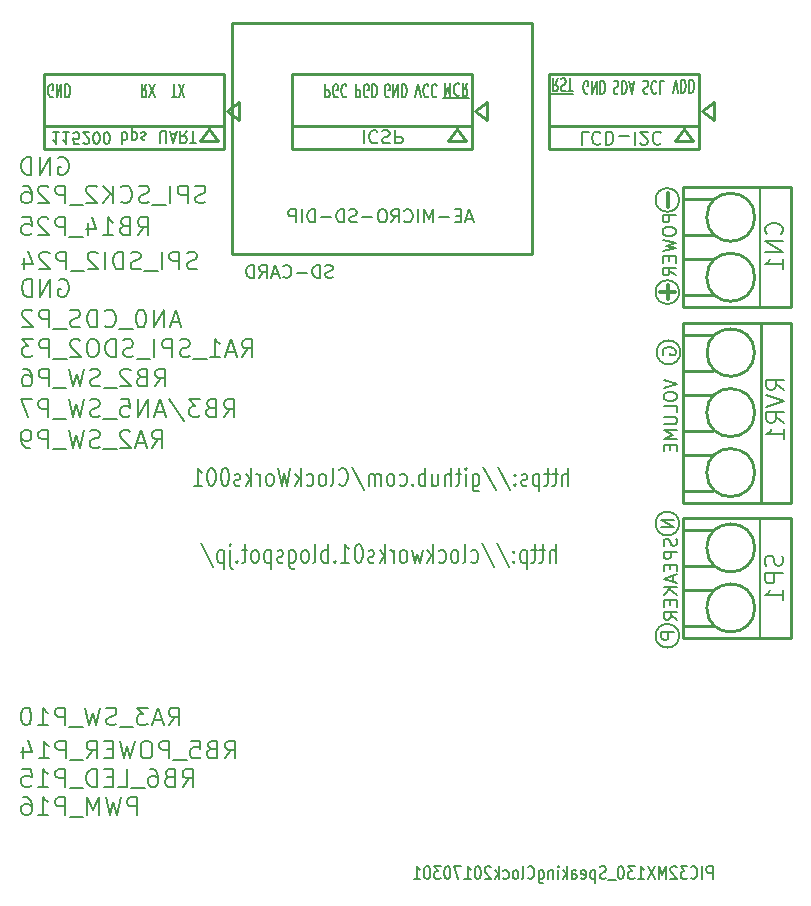
<source format=gbo>
G04 #@! TF.FileFunction,Legend,Bot*
%FSLAX46Y46*%
G04 Gerber Fmt 4.6, Leading zero omitted, Abs format (unit mm)*
G04 Created by KiCad (PCBNEW 4.0.1-stable) date 2017/06/24 18:28:35*
%MOMM*%
G01*
G04 APERTURE LIST*
%ADD10C,0.100000*%
%ADD11C,0.170000*%
%ADD12C,0.200000*%
%ADD13C,0.180000*%
%ADD14C,0.300000*%
%ADD15C,0.250000*%
%ADD16C,0.150000*%
%ADD17C,0.254000*%
G04 APERTURE END LIST*
D10*
D11*
X168021429Y-148497619D02*
X168021429Y-147397619D01*
X167678572Y-147397619D01*
X167592858Y-147450000D01*
X167550001Y-147502381D01*
X167507144Y-147607143D01*
X167507144Y-147764286D01*
X167550001Y-147869048D01*
X167592858Y-147921429D01*
X167678572Y-147973810D01*
X168021429Y-147973810D01*
X167121429Y-148497619D02*
X167121429Y-147397619D01*
X166178573Y-148392857D02*
X166221430Y-148445238D01*
X166350001Y-148497619D01*
X166435715Y-148497619D01*
X166564287Y-148445238D01*
X166650001Y-148340476D01*
X166692858Y-148235714D01*
X166735715Y-148026190D01*
X166735715Y-147869048D01*
X166692858Y-147659524D01*
X166650001Y-147554762D01*
X166564287Y-147450000D01*
X166435715Y-147397619D01*
X166350001Y-147397619D01*
X166221430Y-147450000D01*
X166178573Y-147502381D01*
X165878573Y-147397619D02*
X165321430Y-147397619D01*
X165621430Y-147816667D01*
X165492858Y-147816667D01*
X165407144Y-147869048D01*
X165364287Y-147921429D01*
X165321430Y-148026190D01*
X165321430Y-148288095D01*
X165364287Y-148392857D01*
X165407144Y-148445238D01*
X165492858Y-148497619D01*
X165750001Y-148497619D01*
X165835715Y-148445238D01*
X165878573Y-148392857D01*
X164978572Y-147502381D02*
X164935715Y-147450000D01*
X164850001Y-147397619D01*
X164635715Y-147397619D01*
X164550001Y-147450000D01*
X164507144Y-147502381D01*
X164464287Y-147607143D01*
X164464287Y-147711905D01*
X164507144Y-147869048D01*
X165021430Y-148497619D01*
X164464287Y-148497619D01*
X164078572Y-148497619D02*
X164078572Y-147397619D01*
X163778572Y-148183333D01*
X163478572Y-147397619D01*
X163478572Y-148497619D01*
X163135716Y-147397619D02*
X162535716Y-148497619D01*
X162535716Y-147397619D02*
X163135716Y-148497619D01*
X161721430Y-148497619D02*
X162235715Y-148497619D01*
X161978573Y-148497619D02*
X161978573Y-147397619D01*
X162064287Y-147554762D01*
X162150001Y-147659524D01*
X162235715Y-147711905D01*
X161421430Y-147397619D02*
X160864287Y-147397619D01*
X161164287Y-147816667D01*
X161035715Y-147816667D01*
X160950001Y-147869048D01*
X160907144Y-147921429D01*
X160864287Y-148026190D01*
X160864287Y-148288095D01*
X160907144Y-148392857D01*
X160950001Y-148445238D01*
X161035715Y-148497619D01*
X161292858Y-148497619D01*
X161378572Y-148445238D01*
X161421430Y-148392857D01*
X160307144Y-147397619D02*
X160221429Y-147397619D01*
X160135715Y-147450000D01*
X160092858Y-147502381D01*
X160050001Y-147607143D01*
X160007144Y-147816667D01*
X160007144Y-148078571D01*
X160050001Y-148288095D01*
X160092858Y-148392857D01*
X160135715Y-148445238D01*
X160221429Y-148497619D01*
X160307144Y-148497619D01*
X160392858Y-148445238D01*
X160435715Y-148392857D01*
X160478572Y-148288095D01*
X160521429Y-148078571D01*
X160521429Y-147816667D01*
X160478572Y-147607143D01*
X160435715Y-147502381D01*
X160392858Y-147450000D01*
X160307144Y-147397619D01*
X159835715Y-148602381D02*
X159150001Y-148602381D01*
X158978572Y-148445238D02*
X158850001Y-148497619D01*
X158635715Y-148497619D01*
X158550001Y-148445238D01*
X158507144Y-148392857D01*
X158464287Y-148288095D01*
X158464287Y-148183333D01*
X158507144Y-148078571D01*
X158550001Y-148026190D01*
X158635715Y-147973810D01*
X158807144Y-147921429D01*
X158892858Y-147869048D01*
X158935715Y-147816667D01*
X158978572Y-147711905D01*
X158978572Y-147607143D01*
X158935715Y-147502381D01*
X158892858Y-147450000D01*
X158807144Y-147397619D01*
X158592858Y-147397619D01*
X158464287Y-147450000D01*
X158078572Y-147764286D02*
X158078572Y-148864286D01*
X158078572Y-147816667D02*
X157992858Y-147764286D01*
X157821429Y-147764286D01*
X157735715Y-147816667D01*
X157692858Y-147869048D01*
X157650001Y-147973810D01*
X157650001Y-148288095D01*
X157692858Y-148392857D01*
X157735715Y-148445238D01*
X157821429Y-148497619D01*
X157992858Y-148497619D01*
X158078572Y-148445238D01*
X156921429Y-148445238D02*
X157007143Y-148497619D01*
X157178572Y-148497619D01*
X157264286Y-148445238D01*
X157307143Y-148340476D01*
X157307143Y-147921429D01*
X157264286Y-147816667D01*
X157178572Y-147764286D01*
X157007143Y-147764286D01*
X156921429Y-147816667D01*
X156878572Y-147921429D01*
X156878572Y-148026190D01*
X157307143Y-148130952D01*
X156107143Y-148497619D02*
X156107143Y-147921429D01*
X156150000Y-147816667D01*
X156235714Y-147764286D01*
X156407143Y-147764286D01*
X156492857Y-147816667D01*
X156107143Y-148445238D02*
X156192857Y-148497619D01*
X156407143Y-148497619D01*
X156492857Y-148445238D01*
X156535714Y-148340476D01*
X156535714Y-148235714D01*
X156492857Y-148130952D01*
X156407143Y-148078571D01*
X156192857Y-148078571D01*
X156107143Y-148026190D01*
X155678571Y-148497619D02*
X155678571Y-147397619D01*
X155592857Y-148078571D02*
X155335714Y-148497619D01*
X155335714Y-147764286D02*
X155678571Y-148183333D01*
X154950000Y-148497619D02*
X154950000Y-147764286D01*
X154950000Y-147397619D02*
X154992857Y-147450000D01*
X154950000Y-147502381D01*
X154907143Y-147450000D01*
X154950000Y-147397619D01*
X154950000Y-147502381D01*
X154521429Y-147764286D02*
X154521429Y-148497619D01*
X154521429Y-147869048D02*
X154478572Y-147816667D01*
X154392858Y-147764286D01*
X154264286Y-147764286D01*
X154178572Y-147816667D01*
X154135715Y-147921429D01*
X154135715Y-148497619D01*
X153321429Y-147764286D02*
X153321429Y-148654762D01*
X153364286Y-148759524D01*
X153407143Y-148811905D01*
X153492858Y-148864286D01*
X153621429Y-148864286D01*
X153707143Y-148811905D01*
X153321429Y-148445238D02*
X153407143Y-148497619D01*
X153578572Y-148497619D01*
X153664286Y-148445238D01*
X153707143Y-148392857D01*
X153750000Y-148288095D01*
X153750000Y-147973810D01*
X153707143Y-147869048D01*
X153664286Y-147816667D01*
X153578572Y-147764286D01*
X153407143Y-147764286D01*
X153321429Y-147816667D01*
X152378572Y-148392857D02*
X152421429Y-148445238D01*
X152550000Y-148497619D01*
X152635714Y-148497619D01*
X152764286Y-148445238D01*
X152850000Y-148340476D01*
X152892857Y-148235714D01*
X152935714Y-148026190D01*
X152935714Y-147869048D01*
X152892857Y-147659524D01*
X152850000Y-147554762D01*
X152764286Y-147450000D01*
X152635714Y-147397619D01*
X152550000Y-147397619D01*
X152421429Y-147450000D01*
X152378572Y-147502381D01*
X151864286Y-148497619D02*
X151950000Y-148445238D01*
X151992857Y-148340476D01*
X151992857Y-147397619D01*
X151392857Y-148497619D02*
X151478571Y-148445238D01*
X151521428Y-148392857D01*
X151564285Y-148288095D01*
X151564285Y-147973810D01*
X151521428Y-147869048D01*
X151478571Y-147816667D01*
X151392857Y-147764286D01*
X151264285Y-147764286D01*
X151178571Y-147816667D01*
X151135714Y-147869048D01*
X151092857Y-147973810D01*
X151092857Y-148288095D01*
X151135714Y-148392857D01*
X151178571Y-148445238D01*
X151264285Y-148497619D01*
X151392857Y-148497619D01*
X150321428Y-148445238D02*
X150407142Y-148497619D01*
X150578571Y-148497619D01*
X150664285Y-148445238D01*
X150707142Y-148392857D01*
X150749999Y-148288095D01*
X150749999Y-147973810D01*
X150707142Y-147869048D01*
X150664285Y-147816667D01*
X150578571Y-147764286D01*
X150407142Y-147764286D01*
X150321428Y-147816667D01*
X149935713Y-148497619D02*
X149935713Y-147397619D01*
X149849999Y-148078571D02*
X149592856Y-148497619D01*
X149592856Y-147764286D02*
X149935713Y-148183333D01*
X149249999Y-147502381D02*
X149207142Y-147450000D01*
X149121428Y-147397619D01*
X148907142Y-147397619D01*
X148821428Y-147450000D01*
X148778571Y-147502381D01*
X148735714Y-147607143D01*
X148735714Y-147711905D01*
X148778571Y-147869048D01*
X149292857Y-148497619D01*
X148735714Y-148497619D01*
X148178571Y-147397619D02*
X148092856Y-147397619D01*
X148007142Y-147450000D01*
X147964285Y-147502381D01*
X147921428Y-147607143D01*
X147878571Y-147816667D01*
X147878571Y-148078571D01*
X147921428Y-148288095D01*
X147964285Y-148392857D01*
X148007142Y-148445238D01*
X148092856Y-148497619D01*
X148178571Y-148497619D01*
X148264285Y-148445238D01*
X148307142Y-148392857D01*
X148349999Y-148288095D01*
X148392856Y-148078571D01*
X148392856Y-147816667D01*
X148349999Y-147607143D01*
X148307142Y-147502381D01*
X148264285Y-147450000D01*
X148178571Y-147397619D01*
X147021428Y-148497619D02*
X147535713Y-148497619D01*
X147278571Y-148497619D02*
X147278571Y-147397619D01*
X147364285Y-147554762D01*
X147449999Y-147659524D01*
X147535713Y-147711905D01*
X146721428Y-147397619D02*
X146121428Y-147397619D01*
X146507142Y-148497619D01*
X145607142Y-147397619D02*
X145521427Y-147397619D01*
X145435713Y-147450000D01*
X145392856Y-147502381D01*
X145349999Y-147607143D01*
X145307142Y-147816667D01*
X145307142Y-148078571D01*
X145349999Y-148288095D01*
X145392856Y-148392857D01*
X145435713Y-148445238D01*
X145521427Y-148497619D01*
X145607142Y-148497619D01*
X145692856Y-148445238D01*
X145735713Y-148392857D01*
X145778570Y-148288095D01*
X145821427Y-148078571D01*
X145821427Y-147816667D01*
X145778570Y-147607143D01*
X145735713Y-147502381D01*
X145692856Y-147450000D01*
X145607142Y-147397619D01*
X145007142Y-147397619D02*
X144449999Y-147397619D01*
X144749999Y-147816667D01*
X144621427Y-147816667D01*
X144535713Y-147869048D01*
X144492856Y-147921429D01*
X144449999Y-148026190D01*
X144449999Y-148288095D01*
X144492856Y-148392857D01*
X144535713Y-148445238D01*
X144621427Y-148497619D01*
X144878570Y-148497619D01*
X144964284Y-148445238D01*
X145007142Y-148392857D01*
X143892856Y-147397619D02*
X143807141Y-147397619D01*
X143721427Y-147450000D01*
X143678570Y-147502381D01*
X143635713Y-147607143D01*
X143592856Y-147816667D01*
X143592856Y-148078571D01*
X143635713Y-148288095D01*
X143678570Y-148392857D01*
X143721427Y-148445238D01*
X143807141Y-148497619D01*
X143892856Y-148497619D01*
X143978570Y-148445238D01*
X144021427Y-148392857D01*
X144064284Y-148288095D01*
X144107141Y-148078571D01*
X144107141Y-147816667D01*
X144064284Y-147607143D01*
X144021427Y-147502381D01*
X143978570Y-147450000D01*
X143892856Y-147397619D01*
X142735713Y-148497619D02*
X143249998Y-148497619D01*
X142992856Y-148497619D02*
X142992856Y-147397619D01*
X143078570Y-147554762D01*
X143164284Y-147659524D01*
X143249998Y-147711905D01*
X135216667Y-81202381D02*
X135216667Y-82302381D01*
X135483333Y-82302381D01*
X135550000Y-82250000D01*
X135583333Y-82197619D01*
X135616667Y-82092857D01*
X135616667Y-81935714D01*
X135583333Y-81830952D01*
X135550000Y-81778571D01*
X135483333Y-81726190D01*
X135216667Y-81726190D01*
X136283333Y-82250000D02*
X136216667Y-82302381D01*
X136116667Y-82302381D01*
X136016667Y-82250000D01*
X135950000Y-82145238D01*
X135916667Y-82040476D01*
X135883333Y-81830952D01*
X135883333Y-81673810D01*
X135916667Y-81464286D01*
X135950000Y-81359524D01*
X136016667Y-81254762D01*
X136116667Y-81202381D01*
X136183333Y-81202381D01*
X136283333Y-81254762D01*
X136316667Y-81307143D01*
X136316667Y-81673810D01*
X136183333Y-81673810D01*
X137016667Y-81307143D02*
X136983333Y-81254762D01*
X136883333Y-81202381D01*
X136816667Y-81202381D01*
X136716667Y-81254762D01*
X136650000Y-81359524D01*
X136616667Y-81464286D01*
X136583333Y-81673810D01*
X136583333Y-81830952D01*
X136616667Y-82040476D01*
X136650000Y-82145238D01*
X136716667Y-82250000D01*
X136816667Y-82302381D01*
X136883333Y-82302381D01*
X136983333Y-82250000D01*
X137016667Y-82197619D01*
X137816667Y-81202381D02*
X137816667Y-82302381D01*
X138083333Y-82302381D01*
X138150000Y-82250000D01*
X138183333Y-82197619D01*
X138216667Y-82092857D01*
X138216667Y-81935714D01*
X138183333Y-81830952D01*
X138150000Y-81778571D01*
X138083333Y-81726190D01*
X137816667Y-81726190D01*
X138883333Y-82250000D02*
X138816667Y-82302381D01*
X138716667Y-82302381D01*
X138616667Y-82250000D01*
X138550000Y-82145238D01*
X138516667Y-82040476D01*
X138483333Y-81830952D01*
X138483333Y-81673810D01*
X138516667Y-81464286D01*
X138550000Y-81359524D01*
X138616667Y-81254762D01*
X138716667Y-81202381D01*
X138783333Y-81202381D01*
X138883333Y-81254762D01*
X138916667Y-81307143D01*
X138916667Y-81673810D01*
X138783333Y-81673810D01*
X139216667Y-81202381D02*
X139216667Y-82302381D01*
X139383333Y-82302381D01*
X139483333Y-82250000D01*
X139550000Y-82145238D01*
X139583333Y-82040476D01*
X139616667Y-81830952D01*
X139616667Y-81673810D01*
X139583333Y-81464286D01*
X139550000Y-81359524D01*
X139483333Y-81254762D01*
X139383333Y-81202381D01*
X139216667Y-81202381D01*
X140666667Y-82250000D02*
X140600001Y-82302381D01*
X140500001Y-82302381D01*
X140400001Y-82250000D01*
X140333334Y-82145238D01*
X140300001Y-82040476D01*
X140266667Y-81830952D01*
X140266667Y-81673810D01*
X140300001Y-81464286D01*
X140333334Y-81359524D01*
X140400001Y-81254762D01*
X140500001Y-81202381D01*
X140566667Y-81202381D01*
X140666667Y-81254762D01*
X140700001Y-81307143D01*
X140700001Y-81673810D01*
X140566667Y-81673810D01*
X141000001Y-81202381D02*
X141000001Y-82302381D01*
X141400001Y-81202381D01*
X141400001Y-82302381D01*
X141733334Y-81202381D02*
X141733334Y-82302381D01*
X141900000Y-82302381D01*
X142000000Y-82250000D01*
X142066667Y-82145238D01*
X142100000Y-82040476D01*
X142133334Y-81830952D01*
X142133334Y-81673810D01*
X142100000Y-81464286D01*
X142066667Y-81359524D01*
X142000000Y-81254762D01*
X141900000Y-81202381D01*
X141733334Y-81202381D01*
X142866667Y-82302381D02*
X143100000Y-81202381D01*
X143333333Y-82302381D01*
X143966667Y-81307143D02*
X143933333Y-81254762D01*
X143833333Y-81202381D01*
X143766667Y-81202381D01*
X143666667Y-81254762D01*
X143600000Y-81359524D01*
X143566667Y-81464286D01*
X143533333Y-81673810D01*
X143533333Y-81830952D01*
X143566667Y-82040476D01*
X143600000Y-82145238D01*
X143666667Y-82250000D01*
X143766667Y-82302381D01*
X143833333Y-82302381D01*
X143933333Y-82250000D01*
X143966667Y-82197619D01*
X144666667Y-81307143D02*
X144633333Y-81254762D01*
X144533333Y-81202381D01*
X144466667Y-81202381D01*
X144366667Y-81254762D01*
X144300000Y-81359524D01*
X144266667Y-81464286D01*
X144233333Y-81673810D01*
X144233333Y-81830952D01*
X144266667Y-82040476D01*
X144300000Y-82145238D01*
X144366667Y-82250000D01*
X144466667Y-82302381D01*
X144533333Y-82302381D01*
X144633333Y-82250000D01*
X144666667Y-82197619D01*
X145366667Y-81102381D02*
X145366667Y-82202381D01*
X145600000Y-81416667D01*
X145833333Y-82202381D01*
X145833333Y-81102381D01*
X146566667Y-81207143D02*
X146533333Y-81154762D01*
X146433333Y-81102381D01*
X146366667Y-81102381D01*
X146266667Y-81154762D01*
X146200000Y-81259524D01*
X146166667Y-81364286D01*
X146133333Y-81573810D01*
X146133333Y-81730952D01*
X146166667Y-81940476D01*
X146200000Y-82045238D01*
X146266667Y-82150000D01*
X146366667Y-82202381D01*
X146433333Y-82202381D01*
X146533333Y-82150000D01*
X146566667Y-82097619D01*
X147266667Y-81102381D02*
X147033333Y-81626190D01*
X146866667Y-81102381D02*
X146866667Y-82202381D01*
X147133333Y-82202381D01*
X147200000Y-82150000D01*
X147233333Y-82097619D01*
X147266667Y-81992857D01*
X147266667Y-81835714D01*
X147233333Y-81730952D01*
X147200000Y-81678571D01*
X147133333Y-81626190D01*
X146866667Y-81626190D01*
X145200000Y-82392000D02*
X147400000Y-82392000D01*
X154916667Y-80702381D02*
X154683333Y-81226190D01*
X154516667Y-80702381D02*
X154516667Y-81802381D01*
X154783333Y-81802381D01*
X154850000Y-81750000D01*
X154883333Y-81697619D01*
X154916667Y-81592857D01*
X154916667Y-81435714D01*
X154883333Y-81330952D01*
X154850000Y-81278571D01*
X154783333Y-81226190D01*
X154516667Y-81226190D01*
X155183333Y-80754762D02*
X155283333Y-80702381D01*
X155450000Y-80702381D01*
X155516667Y-80754762D01*
X155550000Y-80807143D01*
X155583333Y-80911905D01*
X155583333Y-81016667D01*
X155550000Y-81121429D01*
X155516667Y-81173810D01*
X155450000Y-81226190D01*
X155316667Y-81278571D01*
X155250000Y-81330952D01*
X155216667Y-81383333D01*
X155183333Y-81488095D01*
X155183333Y-81592857D01*
X155216667Y-81697619D01*
X155250000Y-81750000D01*
X155316667Y-81802381D01*
X155483333Y-81802381D01*
X155583333Y-81750000D01*
X155783334Y-81802381D02*
X156183334Y-81802381D01*
X155983334Y-80702381D02*
X155983334Y-81802381D01*
X154350000Y-81992000D02*
X156250000Y-81992000D01*
X157466667Y-81950000D02*
X157400001Y-82002381D01*
X157300001Y-82002381D01*
X157200001Y-81950000D01*
X157133334Y-81845238D01*
X157100001Y-81740476D01*
X157066667Y-81530952D01*
X157066667Y-81373810D01*
X157100001Y-81164286D01*
X157133334Y-81059524D01*
X157200001Y-80954762D01*
X157300001Y-80902381D01*
X157366667Y-80902381D01*
X157466667Y-80954762D01*
X157500001Y-81007143D01*
X157500001Y-81373810D01*
X157366667Y-81373810D01*
X157800001Y-80902381D02*
X157800001Y-82002381D01*
X158200001Y-80902381D01*
X158200001Y-82002381D01*
X158533334Y-80902381D02*
X158533334Y-82002381D01*
X158700000Y-82002381D01*
X158800000Y-81950000D01*
X158866667Y-81845238D01*
X158900000Y-81740476D01*
X158933334Y-81530952D01*
X158933334Y-81373810D01*
X158900000Y-81164286D01*
X158866667Y-81059524D01*
X158800000Y-80954762D01*
X158700000Y-80902381D01*
X158533334Y-80902381D01*
X159650000Y-80954762D02*
X159750000Y-80902381D01*
X159916667Y-80902381D01*
X159983334Y-80954762D01*
X160016667Y-81007143D01*
X160050000Y-81111905D01*
X160050000Y-81216667D01*
X160016667Y-81321429D01*
X159983334Y-81373810D01*
X159916667Y-81426190D01*
X159783334Y-81478571D01*
X159716667Y-81530952D01*
X159683334Y-81583333D01*
X159650000Y-81688095D01*
X159650000Y-81792857D01*
X159683334Y-81897619D01*
X159716667Y-81950000D01*
X159783334Y-82002381D01*
X159950000Y-82002381D01*
X160050000Y-81950000D01*
X160350001Y-80902381D02*
X160350001Y-82002381D01*
X160516667Y-82002381D01*
X160616667Y-81950000D01*
X160683334Y-81845238D01*
X160716667Y-81740476D01*
X160750001Y-81530952D01*
X160750001Y-81373810D01*
X160716667Y-81164286D01*
X160683334Y-81059524D01*
X160616667Y-80954762D01*
X160516667Y-80902381D01*
X160350001Y-80902381D01*
X161016667Y-81216667D02*
X161350001Y-81216667D01*
X160950001Y-80902381D02*
X161183334Y-82002381D01*
X161416667Y-80902381D01*
X162166666Y-80954762D02*
X162266666Y-80902381D01*
X162433333Y-80902381D01*
X162500000Y-80954762D01*
X162533333Y-81007143D01*
X162566666Y-81111905D01*
X162566666Y-81216667D01*
X162533333Y-81321429D01*
X162500000Y-81373810D01*
X162433333Y-81426190D01*
X162300000Y-81478571D01*
X162233333Y-81530952D01*
X162200000Y-81583333D01*
X162166666Y-81688095D01*
X162166666Y-81792857D01*
X162200000Y-81897619D01*
X162233333Y-81950000D01*
X162300000Y-82002381D01*
X162466666Y-82002381D01*
X162566666Y-81950000D01*
X163266667Y-81007143D02*
X163233333Y-80954762D01*
X163133333Y-80902381D01*
X163066667Y-80902381D01*
X162966667Y-80954762D01*
X162900000Y-81059524D01*
X162866667Y-81164286D01*
X162833333Y-81373810D01*
X162833333Y-81530952D01*
X162866667Y-81740476D01*
X162900000Y-81845238D01*
X162966667Y-81950000D01*
X163066667Y-82002381D01*
X163133333Y-82002381D01*
X163233333Y-81950000D01*
X163266667Y-81897619D01*
X163900000Y-80902381D02*
X163566667Y-80902381D01*
X163566667Y-82002381D01*
X164666667Y-81902381D02*
X164900000Y-80802381D01*
X165133333Y-81902381D01*
X165366667Y-80802381D02*
X165366667Y-81902381D01*
X165533333Y-81902381D01*
X165633333Y-81850000D01*
X165700000Y-81745238D01*
X165733333Y-81640476D01*
X165766667Y-81430952D01*
X165766667Y-81273810D01*
X165733333Y-81064286D01*
X165700000Y-80959524D01*
X165633333Y-80854762D01*
X165533333Y-80802381D01*
X165366667Y-80802381D01*
X166066667Y-80802381D02*
X166066667Y-81902381D01*
X166233333Y-81902381D01*
X166333333Y-81850000D01*
X166400000Y-81745238D01*
X166433333Y-81640476D01*
X166466667Y-81430952D01*
X166466667Y-81273810D01*
X166433333Y-81064286D01*
X166400000Y-80959524D01*
X166333333Y-80854762D01*
X166233333Y-80802381D01*
X166066667Y-80802381D01*
X112166667Y-82250000D02*
X112100001Y-82302381D01*
X112000001Y-82302381D01*
X111900001Y-82250000D01*
X111833334Y-82145238D01*
X111800001Y-82040476D01*
X111766667Y-81830952D01*
X111766667Y-81673810D01*
X111800001Y-81464286D01*
X111833334Y-81359524D01*
X111900001Y-81254762D01*
X112000001Y-81202381D01*
X112066667Y-81202381D01*
X112166667Y-81254762D01*
X112200001Y-81307143D01*
X112200001Y-81673810D01*
X112066667Y-81673810D01*
X112500001Y-81202381D02*
X112500001Y-82302381D01*
X112900001Y-81202381D01*
X112900001Y-82302381D01*
X113233334Y-81202381D02*
X113233334Y-82302381D01*
X113400000Y-82302381D01*
X113500000Y-82250000D01*
X113566667Y-82145238D01*
X113600000Y-82040476D01*
X113633334Y-81830952D01*
X113633334Y-81673810D01*
X113600000Y-81464286D01*
X113566667Y-81359524D01*
X113500000Y-81254762D01*
X113400000Y-81202381D01*
X113233334Y-81202381D01*
X120083334Y-81202381D02*
X119850000Y-81726190D01*
X119683334Y-81202381D02*
X119683334Y-82302381D01*
X119950000Y-82302381D01*
X120016667Y-82250000D01*
X120050000Y-82197619D01*
X120083334Y-82092857D01*
X120083334Y-81935714D01*
X120050000Y-81830952D01*
X120016667Y-81778571D01*
X119950000Y-81726190D01*
X119683334Y-81726190D01*
X120316667Y-82302381D02*
X120783334Y-81202381D01*
X120783334Y-82302381D02*
X120316667Y-81202381D01*
X122266667Y-82302381D02*
X122666667Y-82302381D01*
X122466667Y-81202381D02*
X122466667Y-82302381D01*
X122833333Y-82302381D02*
X123300000Y-81202381D01*
X123300000Y-82302381D02*
X122833333Y-81202381D01*
D12*
X155828571Y-115178571D02*
X155828571Y-113678571D01*
X155314285Y-115178571D02*
X155314285Y-114392857D01*
X155371428Y-114250000D01*
X155485714Y-114178571D01*
X155657142Y-114178571D01*
X155771428Y-114250000D01*
X155828571Y-114321429D01*
X154914285Y-114178571D02*
X154457142Y-114178571D01*
X154742857Y-113678571D02*
X154742857Y-114964286D01*
X154685714Y-115107143D01*
X154571428Y-115178571D01*
X154457142Y-115178571D01*
X154228571Y-114178571D02*
X153771428Y-114178571D01*
X154057143Y-113678571D02*
X154057143Y-114964286D01*
X154000000Y-115107143D01*
X153885714Y-115178571D01*
X153771428Y-115178571D01*
X153371429Y-114178571D02*
X153371429Y-115678571D01*
X153371429Y-114250000D02*
X153257143Y-114178571D01*
X153028572Y-114178571D01*
X152914286Y-114250000D01*
X152857143Y-114321429D01*
X152800000Y-114464286D01*
X152800000Y-114892857D01*
X152857143Y-115035714D01*
X152914286Y-115107143D01*
X153028572Y-115178571D01*
X153257143Y-115178571D01*
X153371429Y-115107143D01*
X152342858Y-115107143D02*
X152228572Y-115178571D01*
X152000000Y-115178571D01*
X151885715Y-115107143D01*
X151828572Y-114964286D01*
X151828572Y-114892857D01*
X151885715Y-114750000D01*
X152000000Y-114678571D01*
X152171429Y-114678571D01*
X152285715Y-114607143D01*
X152342858Y-114464286D01*
X152342858Y-114392857D01*
X152285715Y-114250000D01*
X152171429Y-114178571D01*
X152000000Y-114178571D01*
X151885715Y-114250000D01*
X151314286Y-115035714D02*
X151257143Y-115107143D01*
X151314286Y-115178571D01*
X151371429Y-115107143D01*
X151314286Y-115035714D01*
X151314286Y-115178571D01*
X151314286Y-114250000D02*
X151257143Y-114321429D01*
X151314286Y-114392857D01*
X151371429Y-114321429D01*
X151314286Y-114250000D01*
X151314286Y-114392857D01*
X149885714Y-113607143D02*
X150914285Y-115535714D01*
X148628571Y-113607143D02*
X149657142Y-115535714D01*
X147714285Y-114178571D02*
X147714285Y-115392857D01*
X147771428Y-115535714D01*
X147828571Y-115607143D01*
X147942856Y-115678571D01*
X148114285Y-115678571D01*
X148228571Y-115607143D01*
X147714285Y-115107143D02*
X147828571Y-115178571D01*
X148057142Y-115178571D01*
X148171428Y-115107143D01*
X148228571Y-115035714D01*
X148285714Y-114892857D01*
X148285714Y-114464286D01*
X148228571Y-114321429D01*
X148171428Y-114250000D01*
X148057142Y-114178571D01*
X147828571Y-114178571D01*
X147714285Y-114250000D01*
X147142857Y-115178571D02*
X147142857Y-114178571D01*
X147142857Y-113678571D02*
X147200000Y-113750000D01*
X147142857Y-113821429D01*
X147085714Y-113750000D01*
X147142857Y-113678571D01*
X147142857Y-113821429D01*
X146742856Y-114178571D02*
X146285713Y-114178571D01*
X146571428Y-113678571D02*
X146571428Y-114964286D01*
X146514285Y-115107143D01*
X146399999Y-115178571D01*
X146285713Y-115178571D01*
X145885714Y-115178571D02*
X145885714Y-113678571D01*
X145371428Y-115178571D02*
X145371428Y-114392857D01*
X145428571Y-114250000D01*
X145542857Y-114178571D01*
X145714285Y-114178571D01*
X145828571Y-114250000D01*
X145885714Y-114321429D01*
X144285714Y-114178571D02*
X144285714Y-115178571D01*
X144800000Y-114178571D02*
X144800000Y-114964286D01*
X144742857Y-115107143D01*
X144628571Y-115178571D01*
X144457143Y-115178571D01*
X144342857Y-115107143D01*
X144285714Y-115035714D01*
X143714286Y-115178571D02*
X143714286Y-113678571D01*
X143714286Y-114250000D02*
X143600000Y-114178571D01*
X143371429Y-114178571D01*
X143257143Y-114250000D01*
X143200000Y-114321429D01*
X143142857Y-114464286D01*
X143142857Y-114892857D01*
X143200000Y-115035714D01*
X143257143Y-115107143D01*
X143371429Y-115178571D01*
X143600000Y-115178571D01*
X143714286Y-115107143D01*
X142628572Y-115035714D02*
X142571429Y-115107143D01*
X142628572Y-115178571D01*
X142685715Y-115107143D01*
X142628572Y-115035714D01*
X142628572Y-115178571D01*
X141542857Y-115107143D02*
X141657143Y-115178571D01*
X141885714Y-115178571D01*
X142000000Y-115107143D01*
X142057143Y-115035714D01*
X142114286Y-114892857D01*
X142114286Y-114464286D01*
X142057143Y-114321429D01*
X142000000Y-114250000D01*
X141885714Y-114178571D01*
X141657143Y-114178571D01*
X141542857Y-114250000D01*
X140857143Y-115178571D02*
X140971429Y-115107143D01*
X141028572Y-115035714D01*
X141085715Y-114892857D01*
X141085715Y-114464286D01*
X141028572Y-114321429D01*
X140971429Y-114250000D01*
X140857143Y-114178571D01*
X140685715Y-114178571D01*
X140571429Y-114250000D01*
X140514286Y-114321429D01*
X140457143Y-114464286D01*
X140457143Y-114892857D01*
X140514286Y-115035714D01*
X140571429Y-115107143D01*
X140685715Y-115178571D01*
X140857143Y-115178571D01*
X139942858Y-115178571D02*
X139942858Y-114178571D01*
X139942858Y-114321429D02*
X139885715Y-114250000D01*
X139771429Y-114178571D01*
X139600001Y-114178571D01*
X139485715Y-114250000D01*
X139428572Y-114392857D01*
X139428572Y-115178571D01*
X139428572Y-114392857D02*
X139371429Y-114250000D01*
X139257143Y-114178571D01*
X139085715Y-114178571D01*
X138971429Y-114250000D01*
X138914286Y-114392857D01*
X138914286Y-115178571D01*
X137485715Y-113607143D02*
X138514286Y-115535714D01*
X136400000Y-115035714D02*
X136457143Y-115107143D01*
X136628572Y-115178571D01*
X136742858Y-115178571D01*
X136914286Y-115107143D01*
X137028572Y-114964286D01*
X137085715Y-114821429D01*
X137142858Y-114535714D01*
X137142858Y-114321429D01*
X137085715Y-114035714D01*
X137028572Y-113892857D01*
X136914286Y-113750000D01*
X136742858Y-113678571D01*
X136628572Y-113678571D01*
X136457143Y-113750000D01*
X136400000Y-113821429D01*
X135714286Y-115178571D02*
X135828572Y-115107143D01*
X135885715Y-114964286D01*
X135885715Y-113678571D01*
X135085715Y-115178571D02*
X135200001Y-115107143D01*
X135257144Y-115035714D01*
X135314287Y-114892857D01*
X135314287Y-114464286D01*
X135257144Y-114321429D01*
X135200001Y-114250000D01*
X135085715Y-114178571D01*
X134914287Y-114178571D01*
X134800001Y-114250000D01*
X134742858Y-114321429D01*
X134685715Y-114464286D01*
X134685715Y-114892857D01*
X134742858Y-115035714D01*
X134800001Y-115107143D01*
X134914287Y-115178571D01*
X135085715Y-115178571D01*
X133657144Y-115107143D02*
X133771430Y-115178571D01*
X134000001Y-115178571D01*
X134114287Y-115107143D01*
X134171430Y-115035714D01*
X134228573Y-114892857D01*
X134228573Y-114464286D01*
X134171430Y-114321429D01*
X134114287Y-114250000D01*
X134000001Y-114178571D01*
X133771430Y-114178571D01*
X133657144Y-114250000D01*
X133142859Y-115178571D02*
X133142859Y-113678571D01*
X133028573Y-114607143D02*
X132685716Y-115178571D01*
X132685716Y-114178571D02*
X133142859Y-114750000D01*
X132285715Y-113678571D02*
X132000001Y-115178571D01*
X131771430Y-114107143D01*
X131542858Y-115178571D01*
X131257144Y-113678571D01*
X130628572Y-115178571D02*
X130742858Y-115107143D01*
X130800001Y-115035714D01*
X130857144Y-114892857D01*
X130857144Y-114464286D01*
X130800001Y-114321429D01*
X130742858Y-114250000D01*
X130628572Y-114178571D01*
X130457144Y-114178571D01*
X130342858Y-114250000D01*
X130285715Y-114321429D01*
X130228572Y-114464286D01*
X130228572Y-114892857D01*
X130285715Y-115035714D01*
X130342858Y-115107143D01*
X130457144Y-115178571D01*
X130628572Y-115178571D01*
X129714287Y-115178571D02*
X129714287Y-114178571D01*
X129714287Y-114464286D02*
X129657144Y-114321429D01*
X129600001Y-114250000D01*
X129485715Y-114178571D01*
X129371430Y-114178571D01*
X128971430Y-115178571D02*
X128971430Y-113678571D01*
X128857144Y-114607143D02*
X128514287Y-115178571D01*
X128514287Y-114178571D02*
X128971430Y-114750000D01*
X128057144Y-115107143D02*
X127942858Y-115178571D01*
X127714286Y-115178571D01*
X127600001Y-115107143D01*
X127542858Y-114964286D01*
X127542858Y-114892857D01*
X127600001Y-114750000D01*
X127714286Y-114678571D01*
X127885715Y-114678571D01*
X128000001Y-114607143D01*
X128057144Y-114464286D01*
X128057144Y-114392857D01*
X128000001Y-114250000D01*
X127885715Y-114178571D01*
X127714286Y-114178571D01*
X127600001Y-114250000D01*
X126800000Y-113678571D02*
X126685715Y-113678571D01*
X126571429Y-113750000D01*
X126514286Y-113821429D01*
X126457143Y-113964286D01*
X126400000Y-114250000D01*
X126400000Y-114607143D01*
X126457143Y-114892857D01*
X126514286Y-115035714D01*
X126571429Y-115107143D01*
X126685715Y-115178571D01*
X126800000Y-115178571D01*
X126914286Y-115107143D01*
X126971429Y-115035714D01*
X127028572Y-114892857D01*
X127085715Y-114607143D01*
X127085715Y-114250000D01*
X127028572Y-113964286D01*
X126971429Y-113821429D01*
X126914286Y-113750000D01*
X126800000Y-113678571D01*
X125657143Y-113678571D02*
X125542858Y-113678571D01*
X125428572Y-113750000D01*
X125371429Y-113821429D01*
X125314286Y-113964286D01*
X125257143Y-114250000D01*
X125257143Y-114607143D01*
X125314286Y-114892857D01*
X125371429Y-115035714D01*
X125428572Y-115107143D01*
X125542858Y-115178571D01*
X125657143Y-115178571D01*
X125771429Y-115107143D01*
X125828572Y-115035714D01*
X125885715Y-114892857D01*
X125942858Y-114607143D01*
X125942858Y-114250000D01*
X125885715Y-113964286D01*
X125828572Y-113821429D01*
X125771429Y-113750000D01*
X125657143Y-113678571D01*
X124114286Y-115178571D02*
X124800001Y-115178571D01*
X124457143Y-115178571D02*
X124457143Y-113678571D01*
X124571429Y-113892857D01*
X124685715Y-114035714D01*
X124800001Y-114107143D01*
X165304988Y-103900000D02*
G75*
G03X165304988Y-103900000I-1004988J0D01*
G01*
X163850000Y-104088095D02*
X163797619Y-103983333D01*
X163797619Y-103826190D01*
X163850000Y-103669048D01*
X163954762Y-103564286D01*
X164059524Y-103511905D01*
X164269048Y-103459524D01*
X164426190Y-103459524D01*
X164635714Y-103511905D01*
X164740476Y-103564286D01*
X164845238Y-103669048D01*
X164897619Y-103826190D01*
X164897619Y-103930952D01*
X164845238Y-104088095D01*
X164792857Y-104140476D01*
X164426190Y-104140476D01*
X164426190Y-103930952D01*
D13*
X112692857Y-85247619D02*
X112178572Y-85247619D01*
X112435714Y-85247619D02*
X112435714Y-86247619D01*
X112350000Y-86104762D01*
X112264286Y-86009524D01*
X112178572Y-85961905D01*
X113550000Y-85247619D02*
X113035715Y-85247619D01*
X113292857Y-85247619D02*
X113292857Y-86247619D01*
X113207143Y-86104762D01*
X113121429Y-86009524D01*
X113035715Y-85961905D01*
X114364286Y-86247619D02*
X113935715Y-86247619D01*
X113892858Y-85771429D01*
X113935715Y-85819048D01*
X114021429Y-85866667D01*
X114235715Y-85866667D01*
X114321429Y-85819048D01*
X114364286Y-85771429D01*
X114407143Y-85676190D01*
X114407143Y-85438095D01*
X114364286Y-85342857D01*
X114321429Y-85295238D01*
X114235715Y-85247619D01*
X114021429Y-85247619D01*
X113935715Y-85295238D01*
X113892858Y-85342857D01*
X114750001Y-86152381D02*
X114792858Y-86200000D01*
X114878572Y-86247619D01*
X115092858Y-86247619D01*
X115178572Y-86200000D01*
X115221429Y-86152381D01*
X115264286Y-86057143D01*
X115264286Y-85961905D01*
X115221429Y-85819048D01*
X114707143Y-85247619D01*
X115264286Y-85247619D01*
X115821429Y-86247619D02*
X115907144Y-86247619D01*
X115992858Y-86200000D01*
X116035715Y-86152381D01*
X116078572Y-86057143D01*
X116121429Y-85866667D01*
X116121429Y-85628571D01*
X116078572Y-85438095D01*
X116035715Y-85342857D01*
X115992858Y-85295238D01*
X115907144Y-85247619D01*
X115821429Y-85247619D01*
X115735715Y-85295238D01*
X115692858Y-85342857D01*
X115650001Y-85438095D01*
X115607144Y-85628571D01*
X115607144Y-85866667D01*
X115650001Y-86057143D01*
X115692858Y-86152381D01*
X115735715Y-86200000D01*
X115821429Y-86247619D01*
X116678572Y-86247619D02*
X116764287Y-86247619D01*
X116850001Y-86200000D01*
X116892858Y-86152381D01*
X116935715Y-86057143D01*
X116978572Y-85866667D01*
X116978572Y-85628571D01*
X116935715Y-85438095D01*
X116892858Y-85342857D01*
X116850001Y-85295238D01*
X116764287Y-85247619D01*
X116678572Y-85247619D01*
X116592858Y-85295238D01*
X116550001Y-85342857D01*
X116507144Y-85438095D01*
X116464287Y-85628571D01*
X116464287Y-85866667D01*
X116507144Y-86057143D01*
X116550001Y-86152381D01*
X116592858Y-86200000D01*
X116678572Y-86247619D01*
X118050001Y-85247619D02*
X118050001Y-86247619D01*
X118050001Y-85866667D02*
X118135715Y-85914286D01*
X118307144Y-85914286D01*
X118392858Y-85866667D01*
X118435715Y-85819048D01*
X118478572Y-85723810D01*
X118478572Y-85438095D01*
X118435715Y-85342857D01*
X118392858Y-85295238D01*
X118307144Y-85247619D01*
X118135715Y-85247619D01*
X118050001Y-85295238D01*
X118864287Y-85914286D02*
X118864287Y-84914286D01*
X118864287Y-85866667D02*
X118950001Y-85914286D01*
X119121430Y-85914286D01*
X119207144Y-85866667D01*
X119250001Y-85819048D01*
X119292858Y-85723810D01*
X119292858Y-85438095D01*
X119250001Y-85342857D01*
X119207144Y-85295238D01*
X119121430Y-85247619D01*
X118950001Y-85247619D01*
X118864287Y-85295238D01*
X119635716Y-85295238D02*
X119721430Y-85247619D01*
X119892858Y-85247619D01*
X119978573Y-85295238D01*
X120021430Y-85390476D01*
X120021430Y-85438095D01*
X119978573Y-85533333D01*
X119892858Y-85580952D01*
X119764287Y-85580952D01*
X119678573Y-85628571D01*
X119635716Y-85723810D01*
X119635716Y-85771429D01*
X119678573Y-85866667D01*
X119764287Y-85914286D01*
X119892858Y-85914286D01*
X119978573Y-85866667D01*
D12*
X164945238Y-119669048D02*
X164997619Y-119826191D01*
X164997619Y-120088095D01*
X164945238Y-120192857D01*
X164892857Y-120245238D01*
X164788095Y-120297619D01*
X164683333Y-120297619D01*
X164578571Y-120245238D01*
X164526190Y-120192857D01*
X164473810Y-120088095D01*
X164421429Y-119878572D01*
X164369048Y-119773810D01*
X164316667Y-119721429D01*
X164211905Y-119669048D01*
X164107143Y-119669048D01*
X164002381Y-119721429D01*
X163950000Y-119773810D01*
X163897619Y-119878572D01*
X163897619Y-120140476D01*
X163950000Y-120297619D01*
X164997619Y-120769048D02*
X163897619Y-120769048D01*
X163897619Y-121188095D01*
X163950000Y-121292857D01*
X164002381Y-121345238D01*
X164107143Y-121397619D01*
X164264286Y-121397619D01*
X164369048Y-121345238D01*
X164421429Y-121292857D01*
X164473810Y-121188095D01*
X164473810Y-120769048D01*
X164421429Y-121869048D02*
X164421429Y-122235714D01*
X164997619Y-122392857D02*
X164997619Y-121869048D01*
X163897619Y-121869048D01*
X163897619Y-122392857D01*
X164683333Y-122811905D02*
X164683333Y-123335714D01*
X164997619Y-122707143D02*
X163897619Y-123073810D01*
X164997619Y-123440476D01*
X164997619Y-123807143D02*
X163897619Y-123807143D01*
X164997619Y-124435714D02*
X164369048Y-123964286D01*
X163897619Y-124435714D02*
X164526190Y-123807143D01*
X164421429Y-124907143D02*
X164421429Y-125273809D01*
X164997619Y-125430952D02*
X164997619Y-124907143D01*
X163897619Y-124907143D01*
X163897619Y-125430952D01*
X164997619Y-126530952D02*
X164473810Y-126164286D01*
X164997619Y-125902381D02*
X163897619Y-125902381D01*
X163897619Y-126321428D01*
X163950000Y-126426190D01*
X164002381Y-126478571D01*
X164107143Y-126530952D01*
X164264286Y-126530952D01*
X164369048Y-126478571D01*
X164421429Y-126426190D01*
X164473810Y-126321428D01*
X164473810Y-125902381D01*
X165200000Y-98800000D02*
G75*
G03X165200000Y-98800000I-1000000J0D01*
G01*
X165200000Y-91000000D02*
G75*
G03X165200000Y-91000000I-1000000J0D01*
G01*
X165200000Y-118400000D02*
G75*
G03X165200000Y-118400000I-1000000J0D01*
G01*
X165200000Y-127900000D02*
G75*
G03X165200000Y-127900000I-1000000J0D01*
G01*
D14*
X164214286Y-90390476D02*
X164214286Y-91609524D01*
X164214286Y-98190476D02*
X164214286Y-99409524D01*
X164823810Y-98800000D02*
X163604762Y-98800000D01*
D12*
X164897619Y-92259524D02*
X163797619Y-92259524D01*
X163797619Y-92678571D01*
X163850000Y-92783333D01*
X163902381Y-92835714D01*
X164007143Y-92888095D01*
X164164286Y-92888095D01*
X164269048Y-92835714D01*
X164321429Y-92783333D01*
X164373810Y-92678571D01*
X164373810Y-92259524D01*
X163797619Y-93569048D02*
X163797619Y-93778571D01*
X163850000Y-93883333D01*
X163954762Y-93988095D01*
X164164286Y-94040476D01*
X164530952Y-94040476D01*
X164740476Y-93988095D01*
X164845238Y-93883333D01*
X164897619Y-93778571D01*
X164897619Y-93569048D01*
X164845238Y-93464286D01*
X164740476Y-93359524D01*
X164530952Y-93307143D01*
X164164286Y-93307143D01*
X163954762Y-93359524D01*
X163850000Y-93464286D01*
X163797619Y-93569048D01*
X163797619Y-94407143D02*
X164897619Y-94669048D01*
X164111905Y-94878571D01*
X164897619Y-95088095D01*
X163797619Y-95350000D01*
X164321429Y-95769048D02*
X164321429Y-96135714D01*
X164897619Y-96292857D02*
X164897619Y-95769048D01*
X163797619Y-95769048D01*
X163797619Y-96292857D01*
X164897619Y-97392857D02*
X164373810Y-97026191D01*
X164897619Y-96764286D02*
X163797619Y-96764286D01*
X163797619Y-97183333D01*
X163850000Y-97288095D01*
X163902381Y-97340476D01*
X164007143Y-97392857D01*
X164164286Y-97392857D01*
X164269048Y-97340476D01*
X164321429Y-97288095D01*
X164373810Y-97183333D01*
X164373810Y-96764286D01*
X135866666Y-97545238D02*
X135709523Y-97597619D01*
X135447619Y-97597619D01*
X135342857Y-97545238D01*
X135290476Y-97492857D01*
X135238095Y-97388095D01*
X135238095Y-97283333D01*
X135290476Y-97178571D01*
X135342857Y-97126190D01*
X135447619Y-97073810D01*
X135657142Y-97021429D01*
X135761904Y-96969048D01*
X135814285Y-96916667D01*
X135866666Y-96811905D01*
X135866666Y-96707143D01*
X135814285Y-96602381D01*
X135761904Y-96550000D01*
X135657142Y-96497619D01*
X135395238Y-96497619D01*
X135238095Y-96550000D01*
X134766666Y-97597619D02*
X134766666Y-96497619D01*
X134504761Y-96497619D01*
X134347619Y-96550000D01*
X134242857Y-96654762D01*
X134190476Y-96759524D01*
X134138095Y-96969048D01*
X134138095Y-97126190D01*
X134190476Y-97335714D01*
X134242857Y-97440476D01*
X134347619Y-97545238D01*
X134504761Y-97597619D01*
X134766666Y-97597619D01*
X133666666Y-97178571D02*
X132828571Y-97178571D01*
X131676190Y-97492857D02*
X131728571Y-97545238D01*
X131885714Y-97597619D01*
X131990476Y-97597619D01*
X132147618Y-97545238D01*
X132252380Y-97440476D01*
X132304761Y-97335714D01*
X132357142Y-97126190D01*
X132357142Y-96969048D01*
X132304761Y-96759524D01*
X132252380Y-96654762D01*
X132147618Y-96550000D01*
X131990476Y-96497619D01*
X131885714Y-96497619D01*
X131728571Y-96550000D01*
X131676190Y-96602381D01*
X131257142Y-97283333D02*
X130733333Y-97283333D01*
X131361904Y-97597619D02*
X130995237Y-96497619D01*
X130628571Y-97597619D01*
X129633333Y-97597619D02*
X129999999Y-97073810D01*
X130261904Y-97597619D02*
X130261904Y-96497619D01*
X129842857Y-96497619D01*
X129738095Y-96550000D01*
X129685714Y-96602381D01*
X129633333Y-96707143D01*
X129633333Y-96864286D01*
X129685714Y-96969048D01*
X129738095Y-97021429D01*
X129842857Y-97073810D01*
X130261904Y-97073810D01*
X129161904Y-97597619D02*
X129161904Y-96497619D01*
X128899999Y-96497619D01*
X128742857Y-96550000D01*
X128638095Y-96654762D01*
X128585714Y-96759524D01*
X128533333Y-96969048D01*
X128533333Y-97126190D01*
X128585714Y-97335714D01*
X128638095Y-97440476D01*
X128742857Y-97545238D01*
X128899999Y-97597619D01*
X129161904Y-97597619D01*
X154742856Y-121723810D02*
X154742856Y-120123810D01*
X154228570Y-121723810D02*
X154228570Y-120885714D01*
X154285713Y-120733333D01*
X154399999Y-120657143D01*
X154571427Y-120657143D01*
X154685713Y-120733333D01*
X154742856Y-120809524D01*
X153828570Y-120657143D02*
X153371427Y-120657143D01*
X153657142Y-120123810D02*
X153657142Y-121495238D01*
X153599999Y-121647619D01*
X153485713Y-121723810D01*
X153371427Y-121723810D01*
X153142856Y-120657143D02*
X152685713Y-120657143D01*
X152971428Y-120123810D02*
X152971428Y-121495238D01*
X152914285Y-121647619D01*
X152799999Y-121723810D01*
X152685713Y-121723810D01*
X152285714Y-120657143D02*
X152285714Y-122257143D01*
X152285714Y-120733333D02*
X152171428Y-120657143D01*
X151942857Y-120657143D01*
X151828571Y-120733333D01*
X151771428Y-120809524D01*
X151714285Y-120961905D01*
X151714285Y-121419048D01*
X151771428Y-121571429D01*
X151828571Y-121647619D01*
X151942857Y-121723810D01*
X152171428Y-121723810D01*
X152285714Y-121647619D01*
X151200000Y-121571429D02*
X151142857Y-121647619D01*
X151200000Y-121723810D01*
X151257143Y-121647619D01*
X151200000Y-121571429D01*
X151200000Y-121723810D01*
X151200000Y-120733333D02*
X151142857Y-120809524D01*
X151200000Y-120885714D01*
X151257143Y-120809524D01*
X151200000Y-120733333D01*
X151200000Y-120885714D01*
X149771428Y-120047619D02*
X150799999Y-122104762D01*
X148514285Y-120047619D02*
X149542856Y-122104762D01*
X147599999Y-121647619D02*
X147714285Y-121723810D01*
X147942856Y-121723810D01*
X148057142Y-121647619D01*
X148114285Y-121571429D01*
X148171428Y-121419048D01*
X148171428Y-120961905D01*
X148114285Y-120809524D01*
X148057142Y-120733333D01*
X147942856Y-120657143D01*
X147714285Y-120657143D01*
X147599999Y-120733333D01*
X146914285Y-121723810D02*
X147028571Y-121647619D01*
X147085714Y-121495238D01*
X147085714Y-120123810D01*
X146285714Y-121723810D02*
X146400000Y-121647619D01*
X146457143Y-121571429D01*
X146514286Y-121419048D01*
X146514286Y-120961905D01*
X146457143Y-120809524D01*
X146400000Y-120733333D01*
X146285714Y-120657143D01*
X146114286Y-120657143D01*
X146000000Y-120733333D01*
X145942857Y-120809524D01*
X145885714Y-120961905D01*
X145885714Y-121419048D01*
X145942857Y-121571429D01*
X146000000Y-121647619D01*
X146114286Y-121723810D01*
X146285714Y-121723810D01*
X144857143Y-121647619D02*
X144971429Y-121723810D01*
X145200000Y-121723810D01*
X145314286Y-121647619D01*
X145371429Y-121571429D01*
X145428572Y-121419048D01*
X145428572Y-120961905D01*
X145371429Y-120809524D01*
X145314286Y-120733333D01*
X145200000Y-120657143D01*
X144971429Y-120657143D01*
X144857143Y-120733333D01*
X144342858Y-121723810D02*
X144342858Y-120123810D01*
X144228572Y-121114286D02*
X143885715Y-121723810D01*
X143885715Y-120657143D02*
X144342858Y-121266667D01*
X143485714Y-120657143D02*
X143257143Y-121723810D01*
X143028572Y-120961905D01*
X142800000Y-121723810D01*
X142571429Y-120657143D01*
X141942857Y-121723810D02*
X142057143Y-121647619D01*
X142114286Y-121571429D01*
X142171429Y-121419048D01*
X142171429Y-120961905D01*
X142114286Y-120809524D01*
X142057143Y-120733333D01*
X141942857Y-120657143D01*
X141771429Y-120657143D01*
X141657143Y-120733333D01*
X141600000Y-120809524D01*
X141542857Y-120961905D01*
X141542857Y-121419048D01*
X141600000Y-121571429D01*
X141657143Y-121647619D01*
X141771429Y-121723810D01*
X141942857Y-121723810D01*
X141028572Y-121723810D02*
X141028572Y-120657143D01*
X141028572Y-120961905D02*
X140971429Y-120809524D01*
X140914286Y-120733333D01*
X140800000Y-120657143D01*
X140685715Y-120657143D01*
X140285715Y-121723810D02*
X140285715Y-120123810D01*
X140171429Y-121114286D02*
X139828572Y-121723810D01*
X139828572Y-120657143D02*
X140285715Y-121266667D01*
X139371429Y-121647619D02*
X139257143Y-121723810D01*
X139028571Y-121723810D01*
X138914286Y-121647619D01*
X138857143Y-121495238D01*
X138857143Y-121419048D01*
X138914286Y-121266667D01*
X139028571Y-121190476D01*
X139200000Y-121190476D01*
X139314286Y-121114286D01*
X139371429Y-120961905D01*
X139371429Y-120885714D01*
X139314286Y-120733333D01*
X139200000Y-120657143D01*
X139028571Y-120657143D01*
X138914286Y-120733333D01*
X138114285Y-120123810D02*
X138000000Y-120123810D01*
X137885714Y-120200000D01*
X137828571Y-120276190D01*
X137771428Y-120428571D01*
X137714285Y-120733333D01*
X137714285Y-121114286D01*
X137771428Y-121419048D01*
X137828571Y-121571429D01*
X137885714Y-121647619D01*
X138000000Y-121723810D01*
X138114285Y-121723810D01*
X138228571Y-121647619D01*
X138285714Y-121571429D01*
X138342857Y-121419048D01*
X138400000Y-121114286D01*
X138400000Y-120733333D01*
X138342857Y-120428571D01*
X138285714Y-120276190D01*
X138228571Y-120200000D01*
X138114285Y-120123810D01*
X136571428Y-121723810D02*
X137257143Y-121723810D01*
X136914285Y-121723810D02*
X136914285Y-120123810D01*
X137028571Y-120352381D01*
X137142857Y-120504762D01*
X137257143Y-120580952D01*
X136057143Y-121571429D02*
X136000000Y-121647619D01*
X136057143Y-121723810D01*
X136114286Y-121647619D01*
X136057143Y-121571429D01*
X136057143Y-121723810D01*
X135485714Y-121723810D02*
X135485714Y-120123810D01*
X135485714Y-120733333D02*
X135371428Y-120657143D01*
X135142857Y-120657143D01*
X135028571Y-120733333D01*
X134971428Y-120809524D01*
X134914285Y-120961905D01*
X134914285Y-121419048D01*
X134971428Y-121571429D01*
X135028571Y-121647619D01*
X135142857Y-121723810D01*
X135371428Y-121723810D01*
X135485714Y-121647619D01*
X134228571Y-121723810D02*
X134342857Y-121647619D01*
X134400000Y-121495238D01*
X134400000Y-120123810D01*
X133600000Y-121723810D02*
X133714286Y-121647619D01*
X133771429Y-121571429D01*
X133828572Y-121419048D01*
X133828572Y-120961905D01*
X133771429Y-120809524D01*
X133714286Y-120733333D01*
X133600000Y-120657143D01*
X133428572Y-120657143D01*
X133314286Y-120733333D01*
X133257143Y-120809524D01*
X133200000Y-120961905D01*
X133200000Y-121419048D01*
X133257143Y-121571429D01*
X133314286Y-121647619D01*
X133428572Y-121723810D01*
X133600000Y-121723810D01*
X132171429Y-120657143D02*
X132171429Y-121952381D01*
X132228572Y-122104762D01*
X132285715Y-122180952D01*
X132400000Y-122257143D01*
X132571429Y-122257143D01*
X132685715Y-122180952D01*
X132171429Y-121647619D02*
X132285715Y-121723810D01*
X132514286Y-121723810D01*
X132628572Y-121647619D01*
X132685715Y-121571429D01*
X132742858Y-121419048D01*
X132742858Y-120961905D01*
X132685715Y-120809524D01*
X132628572Y-120733333D01*
X132514286Y-120657143D01*
X132285715Y-120657143D01*
X132171429Y-120733333D01*
X131657144Y-121647619D02*
X131542858Y-121723810D01*
X131314286Y-121723810D01*
X131200001Y-121647619D01*
X131142858Y-121495238D01*
X131142858Y-121419048D01*
X131200001Y-121266667D01*
X131314286Y-121190476D01*
X131485715Y-121190476D01*
X131600001Y-121114286D01*
X131657144Y-120961905D01*
X131657144Y-120885714D01*
X131600001Y-120733333D01*
X131485715Y-120657143D01*
X131314286Y-120657143D01*
X131200001Y-120733333D01*
X130628572Y-120657143D02*
X130628572Y-122257143D01*
X130628572Y-120733333D02*
X130514286Y-120657143D01*
X130285715Y-120657143D01*
X130171429Y-120733333D01*
X130114286Y-120809524D01*
X130057143Y-120961905D01*
X130057143Y-121419048D01*
X130114286Y-121571429D01*
X130171429Y-121647619D01*
X130285715Y-121723810D01*
X130514286Y-121723810D01*
X130628572Y-121647619D01*
X129371429Y-121723810D02*
X129485715Y-121647619D01*
X129542858Y-121571429D01*
X129600001Y-121419048D01*
X129600001Y-120961905D01*
X129542858Y-120809524D01*
X129485715Y-120733333D01*
X129371429Y-120657143D01*
X129200001Y-120657143D01*
X129085715Y-120733333D01*
X129028572Y-120809524D01*
X128971429Y-120961905D01*
X128971429Y-121419048D01*
X129028572Y-121571429D01*
X129085715Y-121647619D01*
X129200001Y-121723810D01*
X129371429Y-121723810D01*
X128628572Y-120657143D02*
X128171429Y-120657143D01*
X128457144Y-120123810D02*
X128457144Y-121495238D01*
X128400001Y-121647619D01*
X128285715Y-121723810D01*
X128171429Y-121723810D01*
X127771430Y-121571429D02*
X127714287Y-121647619D01*
X127771430Y-121723810D01*
X127828573Y-121647619D01*
X127771430Y-121571429D01*
X127771430Y-121723810D01*
X127200001Y-120657143D02*
X127200001Y-122028571D01*
X127257144Y-122180952D01*
X127371429Y-122257143D01*
X127428572Y-122257143D01*
X127200001Y-120123810D02*
X127257144Y-120200000D01*
X127200001Y-120276190D01*
X127142858Y-120200000D01*
X127200001Y-120123810D01*
X127200001Y-120276190D01*
X126628572Y-120657143D02*
X126628572Y-122257143D01*
X126628572Y-120733333D02*
X126514286Y-120657143D01*
X126285715Y-120657143D01*
X126171429Y-120733333D01*
X126114286Y-120809524D01*
X126057143Y-120961905D01*
X126057143Y-121419048D01*
X126114286Y-121571429D01*
X126171429Y-121647619D01*
X126285715Y-121723810D01*
X126514286Y-121723810D01*
X126628572Y-121647619D01*
X124685715Y-120047619D02*
X125714286Y-122104762D01*
X163897619Y-106209524D02*
X164997619Y-106576191D01*
X163897619Y-106942857D01*
X163897619Y-107519048D02*
X163897619Y-107728571D01*
X163950000Y-107833333D01*
X164054762Y-107938095D01*
X164264286Y-107990476D01*
X164630952Y-107990476D01*
X164840476Y-107938095D01*
X164945238Y-107833333D01*
X164997619Y-107728571D01*
X164997619Y-107519048D01*
X164945238Y-107414286D01*
X164840476Y-107309524D01*
X164630952Y-107257143D01*
X164264286Y-107257143D01*
X164054762Y-107309524D01*
X163950000Y-107414286D01*
X163897619Y-107519048D01*
X164997619Y-108985714D02*
X164997619Y-108461905D01*
X163897619Y-108461905D01*
X163897619Y-109352381D02*
X164788095Y-109352381D01*
X164892857Y-109404762D01*
X164945238Y-109457143D01*
X164997619Y-109561905D01*
X164997619Y-109771428D01*
X164945238Y-109876190D01*
X164892857Y-109928571D01*
X164788095Y-109980952D01*
X163897619Y-109980952D01*
X164997619Y-110504762D02*
X163897619Y-110504762D01*
X164683333Y-110871428D01*
X163897619Y-111238095D01*
X164997619Y-111238095D01*
X164421429Y-111761905D02*
X164421429Y-112128571D01*
X164997619Y-112285714D02*
X164997619Y-111761905D01*
X163897619Y-111761905D01*
X163897619Y-112285714D01*
X164797619Y-127611905D02*
X163697619Y-127611905D01*
X163697619Y-128030952D01*
X163750000Y-128135714D01*
X163802381Y-128188095D01*
X163907143Y-128240476D01*
X164064286Y-128240476D01*
X164169048Y-128188095D01*
X164221429Y-128135714D01*
X164273810Y-128030952D01*
X164273810Y-127611905D01*
X164797619Y-118085715D02*
X163697619Y-118085715D01*
X164797619Y-118714286D01*
X163697619Y-118714286D01*
X157523809Y-85202381D02*
X157000000Y-85202381D01*
X157000000Y-86302381D01*
X158519047Y-85307143D02*
X158466666Y-85254762D01*
X158309523Y-85202381D01*
X158204761Y-85202381D01*
X158047619Y-85254762D01*
X157942857Y-85359524D01*
X157890476Y-85464286D01*
X157838095Y-85673810D01*
X157838095Y-85830952D01*
X157890476Y-86040476D01*
X157942857Y-86145238D01*
X158047619Y-86250000D01*
X158204761Y-86302381D01*
X158309523Y-86302381D01*
X158466666Y-86250000D01*
X158519047Y-86197619D01*
X158990476Y-85202381D02*
X158990476Y-86302381D01*
X159252381Y-86302381D01*
X159409523Y-86250000D01*
X159514285Y-86145238D01*
X159566666Y-86040476D01*
X159619047Y-85830952D01*
X159619047Y-85673810D01*
X159566666Y-85464286D01*
X159514285Y-85359524D01*
X159409523Y-85254762D01*
X159252381Y-85202381D01*
X158990476Y-85202381D01*
X160090476Y-85621429D02*
X160928571Y-85621429D01*
X161452381Y-85202381D02*
X161452381Y-86302381D01*
X161923810Y-86197619D02*
X161976191Y-86250000D01*
X162080953Y-86302381D01*
X162342857Y-86302381D01*
X162447619Y-86250000D01*
X162500000Y-86197619D01*
X162552381Y-86092857D01*
X162552381Y-85988095D01*
X162500000Y-85830952D01*
X161871429Y-85202381D01*
X162552381Y-85202381D01*
X163652381Y-85307143D02*
X163600000Y-85254762D01*
X163442857Y-85202381D01*
X163338095Y-85202381D01*
X163180953Y-85254762D01*
X163076191Y-85359524D01*
X163023810Y-85464286D01*
X162971429Y-85673810D01*
X162971429Y-85830952D01*
X163023810Y-86040476D01*
X163076191Y-86145238D01*
X163180953Y-86250000D01*
X163338095Y-86302381D01*
X163442857Y-86302381D01*
X163600000Y-86250000D01*
X163652381Y-86197619D01*
D11*
X121264286Y-86147619D02*
X121264286Y-85338095D01*
X121307143Y-85242857D01*
X121350000Y-85195238D01*
X121435714Y-85147619D01*
X121607143Y-85147619D01*
X121692857Y-85195238D01*
X121735714Y-85242857D01*
X121778571Y-85338095D01*
X121778571Y-86147619D01*
X122164286Y-85433333D02*
X122592857Y-85433333D01*
X122078571Y-85147619D02*
X122378571Y-86147619D01*
X122678571Y-85147619D01*
X123492857Y-85147619D02*
X123192857Y-85623810D01*
X122978572Y-85147619D02*
X122978572Y-86147619D01*
X123321429Y-86147619D01*
X123407143Y-86100000D01*
X123450000Y-86052381D01*
X123492857Y-85957143D01*
X123492857Y-85814286D01*
X123450000Y-85719048D01*
X123407143Y-85671429D01*
X123321429Y-85623810D01*
X122978572Y-85623810D01*
X123750000Y-86147619D02*
X124264286Y-86147619D01*
X124007143Y-85147619D02*
X124007143Y-86147619D01*
D12*
X138476191Y-85102381D02*
X138476191Y-86202381D01*
X139628572Y-85207143D02*
X139576191Y-85154762D01*
X139419048Y-85102381D01*
X139314286Y-85102381D01*
X139157144Y-85154762D01*
X139052382Y-85259524D01*
X139000001Y-85364286D01*
X138947620Y-85573810D01*
X138947620Y-85730952D01*
X139000001Y-85940476D01*
X139052382Y-86045238D01*
X139157144Y-86150000D01*
X139314286Y-86202381D01*
X139419048Y-86202381D01*
X139576191Y-86150000D01*
X139628572Y-86097619D01*
X140047620Y-85154762D02*
X140204763Y-85102381D01*
X140466667Y-85102381D01*
X140571429Y-85154762D01*
X140623810Y-85207143D01*
X140676191Y-85311905D01*
X140676191Y-85416667D01*
X140623810Y-85521429D01*
X140571429Y-85573810D01*
X140466667Y-85626190D01*
X140257144Y-85678571D01*
X140152382Y-85730952D01*
X140100001Y-85783333D01*
X140047620Y-85888095D01*
X140047620Y-85992857D01*
X140100001Y-86097619D01*
X140152382Y-86150000D01*
X140257144Y-86202381D01*
X140519048Y-86202381D01*
X140676191Y-86150000D01*
X141147620Y-85102381D02*
X141147620Y-86202381D01*
X141566667Y-86202381D01*
X141671429Y-86150000D01*
X141723810Y-86097619D01*
X141776191Y-85992857D01*
X141776191Y-85835714D01*
X141723810Y-85730952D01*
X141671429Y-85678571D01*
X141566667Y-85626190D01*
X141147620Y-85626190D01*
D15*
X152700000Y-76042000D02*
X127300000Y-76042000D01*
X127300000Y-76042000D02*
X127300000Y-95600000D01*
X152700000Y-76042000D02*
X152700000Y-95600000D01*
X152700000Y-95600000D02*
X127300000Y-95600000D01*
X127300000Y-95600000D02*
X127300000Y-93060000D01*
D16*
X172064000Y-128000000D02*
X172064000Y-118000000D01*
D17*
X168040000Y-127064000D02*
X165500000Y-127064000D01*
X168040000Y-124016000D02*
X165500000Y-124016000D01*
X168040000Y-121984000D02*
X165500000Y-121984000D01*
X168040000Y-118936000D02*
X165500000Y-118936000D01*
X171596000Y-120460000D02*
G75*
G03X171596000Y-120460000I-2032000J0D01*
G01*
X171596000Y-125540000D02*
G75*
G03X171596000Y-125540000I-2032000J0D01*
G01*
X169564000Y-117920000D02*
X165500000Y-117920000D01*
X165500000Y-117920000D02*
X165500000Y-119444000D01*
X165500000Y-119444000D02*
X165500000Y-127572000D01*
X165500000Y-127572000D02*
X165500000Y-128080000D01*
X165500000Y-128080000D02*
X169564000Y-128080000D01*
X174644000Y-117920000D02*
X174644000Y-128080000D01*
X174644000Y-128080000D02*
X169564000Y-128080000D01*
X174644000Y-117920000D02*
X169564000Y-117920000D01*
D16*
X172064000Y-100000000D02*
X172064000Y-90000000D01*
D17*
X168040000Y-99064000D02*
X165500000Y-99064000D01*
X168040000Y-96016000D02*
X165500000Y-96016000D01*
X168040000Y-93984000D02*
X165500000Y-93984000D01*
X168040000Y-90936000D02*
X165500000Y-90936000D01*
X171596000Y-92460000D02*
G75*
G03X171596000Y-92460000I-2032000J0D01*
G01*
X171596000Y-97540000D02*
G75*
G03X171596000Y-97540000I-2032000J0D01*
G01*
X169564000Y-89920000D02*
X165500000Y-89920000D01*
X165500000Y-89920000D02*
X165500000Y-91444000D01*
X165500000Y-91444000D02*
X165500000Y-99572000D01*
X165500000Y-99572000D02*
X165500000Y-100080000D01*
X165500000Y-100080000D02*
X169564000Y-100080000D01*
X174644000Y-89920000D02*
X174644000Y-100080000D01*
X174644000Y-100080000D02*
X169564000Y-100080000D01*
X174644000Y-89920000D02*
X169564000Y-89920000D01*
D15*
X126620000Y-84770000D02*
X111380000Y-84770000D01*
X126620000Y-86675000D02*
X111380000Y-86675000D01*
X111380000Y-86675000D02*
X111380000Y-80325000D01*
X111380000Y-80325000D02*
X126620000Y-80325000D01*
X126620000Y-80325000D02*
X126620000Y-86675000D01*
X126874000Y-83500000D02*
X127890000Y-84262000D01*
X127890000Y-84262000D02*
X127890000Y-82738000D01*
X127890000Y-82738000D02*
X126874000Y-83500000D01*
X126112000Y-86040000D02*
X125350000Y-85024000D01*
X125350000Y-85024000D02*
X124588000Y-86040000D01*
X124588000Y-86040000D02*
X126112000Y-86040000D01*
X147493000Y-84770000D02*
X132380000Y-84770000D01*
X147620000Y-86675000D02*
X132380000Y-86675000D01*
X132380000Y-86675000D02*
X132380000Y-80325000D01*
X132380000Y-80325000D02*
X147620000Y-80325000D01*
X147620000Y-80325000D02*
X147620000Y-86675000D01*
X147874000Y-83500000D02*
X148890000Y-84262000D01*
X148890000Y-84262000D02*
X148890000Y-82738000D01*
X148890000Y-82738000D02*
X147874000Y-83500000D01*
X147112000Y-86040000D02*
X146350000Y-85024000D01*
X146350000Y-85024000D02*
X145588000Y-86040000D01*
X145588000Y-86040000D02*
X147112000Y-86040000D01*
X172104000Y-101888000D02*
X172104000Y-116620000D01*
X172104000Y-101380000D02*
X172104000Y-101888000D01*
X165500000Y-116620000D02*
X165500000Y-101380000D01*
X174644000Y-116620000D02*
X174644000Y-101380000D01*
X174644000Y-101380000D02*
X165500000Y-101380000D01*
X168040000Y-102396000D02*
X165500000Y-102396000D01*
X168040000Y-105444000D02*
X165500000Y-105444000D01*
X171572046Y-103920000D02*
G75*
G03X171572046Y-103920000I-2008046J0D01*
G01*
D17*
X168040000Y-115604000D02*
X165500000Y-115604000D01*
X168040000Y-112556000D02*
X165500000Y-112556000D01*
X168040000Y-110524000D02*
X165500000Y-110524000D01*
X168040000Y-107476000D02*
X165500000Y-107476000D01*
X171596000Y-109000000D02*
G75*
G03X171596000Y-109000000I-2032000J0D01*
G01*
X171596000Y-114080000D02*
G75*
G03X171596000Y-114080000I-2032000J0D01*
G01*
X165500000Y-116620000D02*
X169564000Y-116620000D01*
X174644000Y-116620000D02*
X169564000Y-116620000D01*
D15*
X166850000Y-84770000D02*
X154150000Y-84770000D01*
X166850000Y-86675000D02*
X154150000Y-86675000D01*
X154150000Y-86675000D02*
X154150000Y-80325000D01*
X154150000Y-80325000D02*
X166850000Y-80325000D01*
X166850000Y-80325000D02*
X166850000Y-86675000D01*
X168120000Y-84262000D02*
X167104000Y-83500000D01*
X167104000Y-83500000D02*
X168120000Y-82738000D01*
X168120000Y-82738000D02*
X168120000Y-84262000D01*
X166342000Y-86040000D02*
X164818000Y-86040000D01*
X164818000Y-86040000D02*
X165580000Y-85024000D01*
X165580000Y-85024000D02*
X166342000Y-86040000D01*
D12*
X147704762Y-92583333D02*
X147180953Y-92583333D01*
X147809524Y-92897619D02*
X147442857Y-91797619D01*
X147076191Y-92897619D01*
X146709524Y-92321429D02*
X146342858Y-92321429D01*
X146185715Y-92897619D02*
X146709524Y-92897619D01*
X146709524Y-91797619D01*
X146185715Y-91797619D01*
X145714286Y-92478571D02*
X144876191Y-92478571D01*
X144352381Y-92897619D02*
X144352381Y-91797619D01*
X143985715Y-92583333D01*
X143619048Y-91797619D01*
X143619048Y-92897619D01*
X143095238Y-92897619D02*
X143095238Y-91797619D01*
X141942857Y-92792857D02*
X141995238Y-92845238D01*
X142152381Y-92897619D01*
X142257143Y-92897619D01*
X142414285Y-92845238D01*
X142519047Y-92740476D01*
X142571428Y-92635714D01*
X142623809Y-92426190D01*
X142623809Y-92269048D01*
X142571428Y-92059524D01*
X142519047Y-91954762D01*
X142414285Y-91850000D01*
X142257143Y-91797619D01*
X142152381Y-91797619D01*
X141995238Y-91850000D01*
X141942857Y-91902381D01*
X140842857Y-92897619D02*
X141209523Y-92373810D01*
X141471428Y-92897619D02*
X141471428Y-91797619D01*
X141052381Y-91797619D01*
X140947619Y-91850000D01*
X140895238Y-91902381D01*
X140842857Y-92007143D01*
X140842857Y-92164286D01*
X140895238Y-92269048D01*
X140947619Y-92321429D01*
X141052381Y-92373810D01*
X141471428Y-92373810D01*
X140161904Y-91797619D02*
X139952381Y-91797619D01*
X139847619Y-91850000D01*
X139742857Y-91954762D01*
X139690476Y-92164286D01*
X139690476Y-92530952D01*
X139742857Y-92740476D01*
X139847619Y-92845238D01*
X139952381Y-92897619D01*
X140161904Y-92897619D01*
X140266666Y-92845238D01*
X140371428Y-92740476D01*
X140423809Y-92530952D01*
X140423809Y-92164286D01*
X140371428Y-91954762D01*
X140266666Y-91850000D01*
X140161904Y-91797619D01*
X139219047Y-92478571D02*
X138380952Y-92478571D01*
X137909523Y-92845238D02*
X137752380Y-92897619D01*
X137490476Y-92897619D01*
X137385714Y-92845238D01*
X137333333Y-92792857D01*
X137280952Y-92688095D01*
X137280952Y-92583333D01*
X137333333Y-92478571D01*
X137385714Y-92426190D01*
X137490476Y-92373810D01*
X137699999Y-92321429D01*
X137804761Y-92269048D01*
X137857142Y-92216667D01*
X137909523Y-92111905D01*
X137909523Y-92007143D01*
X137857142Y-91902381D01*
X137804761Y-91850000D01*
X137699999Y-91797619D01*
X137438095Y-91797619D01*
X137280952Y-91850000D01*
X136809523Y-92897619D02*
X136809523Y-91797619D01*
X136547618Y-91797619D01*
X136390476Y-91850000D01*
X136285714Y-91954762D01*
X136233333Y-92059524D01*
X136180952Y-92269048D01*
X136180952Y-92426190D01*
X136233333Y-92635714D01*
X136285714Y-92740476D01*
X136390476Y-92845238D01*
X136547618Y-92897619D01*
X136809523Y-92897619D01*
X135709523Y-92478571D02*
X134871428Y-92478571D01*
X134347618Y-92897619D02*
X134347618Y-91797619D01*
X134085713Y-91797619D01*
X133928571Y-91850000D01*
X133823809Y-91954762D01*
X133771428Y-92059524D01*
X133719047Y-92269048D01*
X133719047Y-92426190D01*
X133771428Y-92635714D01*
X133823809Y-92740476D01*
X133928571Y-92845238D01*
X134085713Y-92897619D01*
X134347618Y-92897619D01*
X133247618Y-92897619D02*
X133247618Y-91797619D01*
X132723808Y-92897619D02*
X132723808Y-91797619D01*
X132304761Y-91797619D01*
X132199999Y-91850000D01*
X132147618Y-91902381D01*
X132095237Y-92007143D01*
X132095237Y-92164286D01*
X132147618Y-92269048D01*
X132199999Y-92321429D01*
X132304761Y-92373810D01*
X132723808Y-92373810D01*
X173907143Y-121107143D02*
X173978571Y-121321429D01*
X173978571Y-121678572D01*
X173907143Y-121821429D01*
X173835714Y-121892858D01*
X173692857Y-121964286D01*
X173550000Y-121964286D01*
X173407143Y-121892858D01*
X173335714Y-121821429D01*
X173264286Y-121678572D01*
X173192857Y-121392858D01*
X173121429Y-121250000D01*
X173050000Y-121178572D01*
X172907143Y-121107143D01*
X172764286Y-121107143D01*
X172621429Y-121178572D01*
X172550000Y-121250000D01*
X172478571Y-121392858D01*
X172478571Y-121750000D01*
X172550000Y-121964286D01*
X173978571Y-122607143D02*
X172478571Y-122607143D01*
X172478571Y-123178571D01*
X172550000Y-123321429D01*
X172621429Y-123392857D01*
X172764286Y-123464286D01*
X172978571Y-123464286D01*
X173121429Y-123392857D01*
X173192857Y-123321429D01*
X173264286Y-123178571D01*
X173264286Y-122607143D01*
X173978571Y-124892857D02*
X173978571Y-124035714D01*
X173978571Y-124464286D02*
X172478571Y-124464286D01*
X172692857Y-124321429D01*
X172835714Y-124178571D01*
X172907143Y-124035714D01*
X173835714Y-93864286D02*
X173907143Y-93792857D01*
X173978571Y-93578571D01*
X173978571Y-93435714D01*
X173907143Y-93221429D01*
X173764286Y-93078571D01*
X173621429Y-93007143D01*
X173335714Y-92935714D01*
X173121429Y-92935714D01*
X172835714Y-93007143D01*
X172692857Y-93078571D01*
X172550000Y-93221429D01*
X172478571Y-93435714D01*
X172478571Y-93578571D01*
X172550000Y-93792857D01*
X172621429Y-93864286D01*
X173978571Y-94507143D02*
X172478571Y-94507143D01*
X173978571Y-95364286D01*
X172478571Y-95364286D01*
X173978571Y-96864286D02*
X173978571Y-96007143D01*
X173978571Y-96435715D02*
X172478571Y-96435715D01*
X172692857Y-96292858D01*
X172835714Y-96150000D01*
X172907143Y-96007143D01*
X174078571Y-107057144D02*
X173364286Y-106557144D01*
X174078571Y-106200001D02*
X172578571Y-106200001D01*
X172578571Y-106771429D01*
X172650000Y-106914287D01*
X172721429Y-106985715D01*
X172864286Y-107057144D01*
X173078571Y-107057144D01*
X173221429Y-106985715D01*
X173292857Y-106914287D01*
X173364286Y-106771429D01*
X173364286Y-106200001D01*
X172578571Y-107485715D02*
X174078571Y-107985715D01*
X172578571Y-108485715D01*
X174078571Y-109842858D02*
X173364286Y-109342858D01*
X174078571Y-108985715D02*
X172578571Y-108985715D01*
X172578571Y-109557143D01*
X172650000Y-109700001D01*
X172721429Y-109771429D01*
X172864286Y-109842858D01*
X173078571Y-109842858D01*
X173221429Y-109771429D01*
X173292857Y-109700001D01*
X173364286Y-109557143D01*
X173364286Y-108985715D01*
X174078571Y-111271429D02*
X174078571Y-110414286D01*
X174078571Y-110842858D02*
X172578571Y-110842858D01*
X172792857Y-110700001D01*
X172935714Y-110557143D01*
X173007143Y-110414286D01*
X122918571Y-101355000D02*
X122204285Y-101355000D01*
X123061428Y-101783571D02*
X122561428Y-100283571D01*
X122061428Y-101783571D01*
X121561428Y-101783571D02*
X121561428Y-100283571D01*
X120704285Y-101783571D01*
X120704285Y-100283571D01*
X119704285Y-100283571D02*
X119561428Y-100283571D01*
X119418571Y-100355000D01*
X119347142Y-100426429D01*
X119275713Y-100569286D01*
X119204285Y-100855000D01*
X119204285Y-101212143D01*
X119275713Y-101497857D01*
X119347142Y-101640714D01*
X119418571Y-101712143D01*
X119561428Y-101783571D01*
X119704285Y-101783571D01*
X119847142Y-101712143D01*
X119918571Y-101640714D01*
X119989999Y-101497857D01*
X120061428Y-101212143D01*
X120061428Y-100855000D01*
X119989999Y-100569286D01*
X119918571Y-100426429D01*
X119847142Y-100355000D01*
X119704285Y-100283571D01*
X118918571Y-101926429D02*
X117775714Y-101926429D01*
X116561428Y-101640714D02*
X116632857Y-101712143D01*
X116847143Y-101783571D01*
X116990000Y-101783571D01*
X117204285Y-101712143D01*
X117347143Y-101569286D01*
X117418571Y-101426429D01*
X117490000Y-101140714D01*
X117490000Y-100926429D01*
X117418571Y-100640714D01*
X117347143Y-100497857D01*
X117204285Y-100355000D01*
X116990000Y-100283571D01*
X116847143Y-100283571D01*
X116632857Y-100355000D01*
X116561428Y-100426429D01*
X115918571Y-101783571D02*
X115918571Y-100283571D01*
X115561428Y-100283571D01*
X115347143Y-100355000D01*
X115204285Y-100497857D01*
X115132857Y-100640714D01*
X115061428Y-100926429D01*
X115061428Y-101140714D01*
X115132857Y-101426429D01*
X115204285Y-101569286D01*
X115347143Y-101712143D01*
X115561428Y-101783571D01*
X115918571Y-101783571D01*
X114490000Y-101712143D02*
X114275714Y-101783571D01*
X113918571Y-101783571D01*
X113775714Y-101712143D01*
X113704285Y-101640714D01*
X113632857Y-101497857D01*
X113632857Y-101355000D01*
X113704285Y-101212143D01*
X113775714Y-101140714D01*
X113918571Y-101069286D01*
X114204285Y-100997857D01*
X114347143Y-100926429D01*
X114418571Y-100855000D01*
X114490000Y-100712143D01*
X114490000Y-100569286D01*
X114418571Y-100426429D01*
X114347143Y-100355000D01*
X114204285Y-100283571D01*
X113847143Y-100283571D01*
X113632857Y-100355000D01*
X113347143Y-101926429D02*
X112204286Y-101926429D01*
X111847143Y-101783571D02*
X111847143Y-100283571D01*
X111275715Y-100283571D01*
X111132857Y-100355000D01*
X111061429Y-100426429D01*
X110990000Y-100569286D01*
X110990000Y-100783571D01*
X111061429Y-100926429D01*
X111132857Y-100997857D01*
X111275715Y-101069286D01*
X111847143Y-101069286D01*
X110418572Y-100426429D02*
X110347143Y-100355000D01*
X110204286Y-100283571D01*
X109847143Y-100283571D01*
X109704286Y-100355000D01*
X109632857Y-100426429D01*
X109561429Y-100569286D01*
X109561429Y-100712143D01*
X109632857Y-100926429D01*
X110490000Y-101783571D01*
X109561429Y-101783571D01*
X128197141Y-104283571D02*
X128697141Y-103569286D01*
X129054284Y-104283571D02*
X129054284Y-102783571D01*
X128482856Y-102783571D01*
X128339998Y-102855000D01*
X128268570Y-102926429D01*
X128197141Y-103069286D01*
X128197141Y-103283571D01*
X128268570Y-103426429D01*
X128339998Y-103497857D01*
X128482856Y-103569286D01*
X129054284Y-103569286D01*
X127625713Y-103855000D02*
X126911427Y-103855000D01*
X127768570Y-104283571D02*
X127268570Y-102783571D01*
X126768570Y-104283571D01*
X125482856Y-104283571D02*
X126339999Y-104283571D01*
X125911427Y-104283571D02*
X125911427Y-102783571D01*
X126054284Y-102997857D01*
X126197142Y-103140714D01*
X126339999Y-103212143D01*
X125197142Y-104426429D02*
X124054285Y-104426429D01*
X123768571Y-104212143D02*
X123554285Y-104283571D01*
X123197142Y-104283571D01*
X123054285Y-104212143D01*
X122982856Y-104140714D01*
X122911428Y-103997857D01*
X122911428Y-103855000D01*
X122982856Y-103712143D01*
X123054285Y-103640714D01*
X123197142Y-103569286D01*
X123482856Y-103497857D01*
X123625714Y-103426429D01*
X123697142Y-103355000D01*
X123768571Y-103212143D01*
X123768571Y-103069286D01*
X123697142Y-102926429D01*
X123625714Y-102855000D01*
X123482856Y-102783571D01*
X123125714Y-102783571D01*
X122911428Y-102855000D01*
X122268571Y-104283571D02*
X122268571Y-102783571D01*
X121697143Y-102783571D01*
X121554285Y-102855000D01*
X121482857Y-102926429D01*
X121411428Y-103069286D01*
X121411428Y-103283571D01*
X121482857Y-103426429D01*
X121554285Y-103497857D01*
X121697143Y-103569286D01*
X122268571Y-103569286D01*
X120768571Y-104283571D02*
X120768571Y-102783571D01*
X120411428Y-104426429D02*
X119268571Y-104426429D01*
X118982857Y-104212143D02*
X118768571Y-104283571D01*
X118411428Y-104283571D01*
X118268571Y-104212143D01*
X118197142Y-104140714D01*
X118125714Y-103997857D01*
X118125714Y-103855000D01*
X118197142Y-103712143D01*
X118268571Y-103640714D01*
X118411428Y-103569286D01*
X118697142Y-103497857D01*
X118840000Y-103426429D01*
X118911428Y-103355000D01*
X118982857Y-103212143D01*
X118982857Y-103069286D01*
X118911428Y-102926429D01*
X118840000Y-102855000D01*
X118697142Y-102783571D01*
X118340000Y-102783571D01*
X118125714Y-102855000D01*
X117482857Y-104283571D02*
X117482857Y-102783571D01*
X117125714Y-102783571D01*
X116911429Y-102855000D01*
X116768571Y-102997857D01*
X116697143Y-103140714D01*
X116625714Y-103426429D01*
X116625714Y-103640714D01*
X116697143Y-103926429D01*
X116768571Y-104069286D01*
X116911429Y-104212143D01*
X117125714Y-104283571D01*
X117482857Y-104283571D01*
X115697143Y-102783571D02*
X115411429Y-102783571D01*
X115268571Y-102855000D01*
X115125714Y-102997857D01*
X115054286Y-103283571D01*
X115054286Y-103783571D01*
X115125714Y-104069286D01*
X115268571Y-104212143D01*
X115411429Y-104283571D01*
X115697143Y-104283571D01*
X115840000Y-104212143D01*
X115982857Y-104069286D01*
X116054286Y-103783571D01*
X116054286Y-103283571D01*
X115982857Y-102997857D01*
X115840000Y-102855000D01*
X115697143Y-102783571D01*
X114482857Y-102926429D02*
X114411428Y-102855000D01*
X114268571Y-102783571D01*
X113911428Y-102783571D01*
X113768571Y-102855000D01*
X113697142Y-102926429D01*
X113625714Y-103069286D01*
X113625714Y-103212143D01*
X113697142Y-103426429D01*
X114554285Y-104283571D01*
X113625714Y-104283571D01*
X113340000Y-104426429D02*
X112197143Y-104426429D01*
X111840000Y-104283571D02*
X111840000Y-102783571D01*
X111268572Y-102783571D01*
X111125714Y-102855000D01*
X111054286Y-102926429D01*
X110982857Y-103069286D01*
X110982857Y-103283571D01*
X111054286Y-103426429D01*
X111125714Y-103497857D01*
X111268572Y-103569286D01*
X111840000Y-103569286D01*
X110482857Y-102783571D02*
X109554286Y-102783571D01*
X110054286Y-103355000D01*
X109840000Y-103355000D01*
X109697143Y-103426429D01*
X109625714Y-103497857D01*
X109554286Y-103640714D01*
X109554286Y-103997857D01*
X109625714Y-104140714D01*
X109697143Y-104212143D01*
X109840000Y-104283571D01*
X110268572Y-104283571D01*
X110411429Y-104212143D01*
X110482857Y-104140714D01*
X120818570Y-106783571D02*
X121318570Y-106069286D01*
X121675713Y-106783571D02*
X121675713Y-105283571D01*
X121104285Y-105283571D01*
X120961427Y-105355000D01*
X120889999Y-105426429D01*
X120818570Y-105569286D01*
X120818570Y-105783571D01*
X120889999Y-105926429D01*
X120961427Y-105997857D01*
X121104285Y-106069286D01*
X121675713Y-106069286D01*
X119675713Y-105997857D02*
X119461427Y-106069286D01*
X119389999Y-106140714D01*
X119318570Y-106283571D01*
X119318570Y-106497857D01*
X119389999Y-106640714D01*
X119461427Y-106712143D01*
X119604285Y-106783571D01*
X120175713Y-106783571D01*
X120175713Y-105283571D01*
X119675713Y-105283571D01*
X119532856Y-105355000D01*
X119461427Y-105426429D01*
X119389999Y-105569286D01*
X119389999Y-105712143D01*
X119461427Y-105855000D01*
X119532856Y-105926429D01*
X119675713Y-105997857D01*
X120175713Y-105997857D01*
X118747142Y-105426429D02*
X118675713Y-105355000D01*
X118532856Y-105283571D01*
X118175713Y-105283571D01*
X118032856Y-105355000D01*
X117961427Y-105426429D01*
X117889999Y-105569286D01*
X117889999Y-105712143D01*
X117961427Y-105926429D01*
X118818570Y-106783571D01*
X117889999Y-106783571D01*
X117604285Y-106926429D02*
X116461428Y-106926429D01*
X116175714Y-106712143D02*
X115961428Y-106783571D01*
X115604285Y-106783571D01*
X115461428Y-106712143D01*
X115389999Y-106640714D01*
X115318571Y-106497857D01*
X115318571Y-106355000D01*
X115389999Y-106212143D01*
X115461428Y-106140714D01*
X115604285Y-106069286D01*
X115889999Y-105997857D01*
X116032857Y-105926429D01*
X116104285Y-105855000D01*
X116175714Y-105712143D01*
X116175714Y-105569286D01*
X116104285Y-105426429D01*
X116032857Y-105355000D01*
X115889999Y-105283571D01*
X115532857Y-105283571D01*
X115318571Y-105355000D01*
X114818571Y-105283571D02*
X114461428Y-106783571D01*
X114175714Y-105712143D01*
X113890000Y-106783571D01*
X113532857Y-105283571D01*
X113318571Y-106926429D02*
X112175714Y-106926429D01*
X111818571Y-106783571D02*
X111818571Y-105283571D01*
X111247143Y-105283571D01*
X111104285Y-105355000D01*
X111032857Y-105426429D01*
X110961428Y-105569286D01*
X110961428Y-105783571D01*
X111032857Y-105926429D01*
X111104285Y-105997857D01*
X111247143Y-106069286D01*
X111818571Y-106069286D01*
X109675714Y-105283571D02*
X109961428Y-105283571D01*
X110104285Y-105355000D01*
X110175714Y-105426429D01*
X110318571Y-105640714D01*
X110390000Y-105926429D01*
X110390000Y-106497857D01*
X110318571Y-106640714D01*
X110247143Y-106712143D01*
X110104285Y-106783571D01*
X109818571Y-106783571D01*
X109675714Y-106712143D01*
X109604285Y-106640714D01*
X109532857Y-106497857D01*
X109532857Y-106140714D01*
X109604285Y-105997857D01*
X109675714Y-105926429D01*
X109818571Y-105855000D01*
X110104285Y-105855000D01*
X110247143Y-105926429D01*
X110318571Y-105997857D01*
X110390000Y-106140714D01*
X126647142Y-109383571D02*
X127147142Y-108669286D01*
X127504285Y-109383571D02*
X127504285Y-107883571D01*
X126932857Y-107883571D01*
X126789999Y-107955000D01*
X126718571Y-108026429D01*
X126647142Y-108169286D01*
X126647142Y-108383571D01*
X126718571Y-108526429D01*
X126789999Y-108597857D01*
X126932857Y-108669286D01*
X127504285Y-108669286D01*
X125504285Y-108597857D02*
X125289999Y-108669286D01*
X125218571Y-108740714D01*
X125147142Y-108883571D01*
X125147142Y-109097857D01*
X125218571Y-109240714D01*
X125289999Y-109312143D01*
X125432857Y-109383571D01*
X126004285Y-109383571D01*
X126004285Y-107883571D01*
X125504285Y-107883571D01*
X125361428Y-107955000D01*
X125289999Y-108026429D01*
X125218571Y-108169286D01*
X125218571Y-108312143D01*
X125289999Y-108455000D01*
X125361428Y-108526429D01*
X125504285Y-108597857D01*
X126004285Y-108597857D01*
X124647142Y-107883571D02*
X123718571Y-107883571D01*
X124218571Y-108455000D01*
X124004285Y-108455000D01*
X123861428Y-108526429D01*
X123789999Y-108597857D01*
X123718571Y-108740714D01*
X123718571Y-109097857D01*
X123789999Y-109240714D01*
X123861428Y-109312143D01*
X124004285Y-109383571D01*
X124432857Y-109383571D01*
X124575714Y-109312143D01*
X124647142Y-109240714D01*
X122004286Y-107812143D02*
X123290000Y-109740714D01*
X121575714Y-108955000D02*
X120861428Y-108955000D01*
X121718571Y-109383571D02*
X121218571Y-107883571D01*
X120718571Y-109383571D01*
X120218571Y-109383571D02*
X120218571Y-107883571D01*
X119361428Y-109383571D01*
X119361428Y-107883571D01*
X117932856Y-107883571D02*
X118647142Y-107883571D01*
X118718571Y-108597857D01*
X118647142Y-108526429D01*
X118504285Y-108455000D01*
X118147142Y-108455000D01*
X118004285Y-108526429D01*
X117932856Y-108597857D01*
X117861428Y-108740714D01*
X117861428Y-109097857D01*
X117932856Y-109240714D01*
X118004285Y-109312143D01*
X118147142Y-109383571D01*
X118504285Y-109383571D01*
X118647142Y-109312143D01*
X118718571Y-109240714D01*
X117575714Y-109526429D02*
X116432857Y-109526429D01*
X116147143Y-109312143D02*
X115932857Y-109383571D01*
X115575714Y-109383571D01*
X115432857Y-109312143D01*
X115361428Y-109240714D01*
X115290000Y-109097857D01*
X115290000Y-108955000D01*
X115361428Y-108812143D01*
X115432857Y-108740714D01*
X115575714Y-108669286D01*
X115861428Y-108597857D01*
X116004286Y-108526429D01*
X116075714Y-108455000D01*
X116147143Y-108312143D01*
X116147143Y-108169286D01*
X116075714Y-108026429D01*
X116004286Y-107955000D01*
X115861428Y-107883571D01*
X115504286Y-107883571D01*
X115290000Y-107955000D01*
X114790000Y-107883571D02*
X114432857Y-109383571D01*
X114147143Y-108312143D01*
X113861429Y-109383571D01*
X113504286Y-107883571D01*
X113290000Y-109526429D02*
X112147143Y-109526429D01*
X111790000Y-109383571D02*
X111790000Y-107883571D01*
X111218572Y-107883571D01*
X111075714Y-107955000D01*
X111004286Y-108026429D01*
X110932857Y-108169286D01*
X110932857Y-108383571D01*
X111004286Y-108526429D01*
X111075714Y-108597857D01*
X111218572Y-108669286D01*
X111790000Y-108669286D01*
X110432857Y-107883571D02*
X109432857Y-107883571D01*
X110075714Y-109383571D01*
X120571427Y-111978571D02*
X121071427Y-111264286D01*
X121428570Y-111978571D02*
X121428570Y-110478571D01*
X120857142Y-110478571D01*
X120714284Y-110550000D01*
X120642856Y-110621429D01*
X120571427Y-110764286D01*
X120571427Y-110978571D01*
X120642856Y-111121429D01*
X120714284Y-111192857D01*
X120857142Y-111264286D01*
X121428570Y-111264286D01*
X119999999Y-111550000D02*
X119285713Y-111550000D01*
X120142856Y-111978571D02*
X119642856Y-110478571D01*
X119142856Y-111978571D01*
X118714285Y-110621429D02*
X118642856Y-110550000D01*
X118499999Y-110478571D01*
X118142856Y-110478571D01*
X117999999Y-110550000D01*
X117928570Y-110621429D01*
X117857142Y-110764286D01*
X117857142Y-110907143D01*
X117928570Y-111121429D01*
X118785713Y-111978571D01*
X117857142Y-111978571D01*
X117571428Y-112121429D02*
X116428571Y-112121429D01*
X116142857Y-111907143D02*
X115928571Y-111978571D01*
X115571428Y-111978571D01*
X115428571Y-111907143D01*
X115357142Y-111835714D01*
X115285714Y-111692857D01*
X115285714Y-111550000D01*
X115357142Y-111407143D01*
X115428571Y-111335714D01*
X115571428Y-111264286D01*
X115857142Y-111192857D01*
X116000000Y-111121429D01*
X116071428Y-111050000D01*
X116142857Y-110907143D01*
X116142857Y-110764286D01*
X116071428Y-110621429D01*
X116000000Y-110550000D01*
X115857142Y-110478571D01*
X115500000Y-110478571D01*
X115285714Y-110550000D01*
X114785714Y-110478571D02*
X114428571Y-111978571D01*
X114142857Y-110907143D01*
X113857143Y-111978571D01*
X113500000Y-110478571D01*
X113285714Y-112121429D02*
X112142857Y-112121429D01*
X111785714Y-111978571D02*
X111785714Y-110478571D01*
X111214286Y-110478571D01*
X111071428Y-110550000D01*
X111000000Y-110621429D01*
X110928571Y-110764286D01*
X110928571Y-110978571D01*
X111000000Y-111121429D01*
X111071428Y-111192857D01*
X111214286Y-111264286D01*
X111785714Y-111264286D01*
X110214286Y-111978571D02*
X109928571Y-111978571D01*
X109785714Y-111907143D01*
X109714286Y-111835714D01*
X109571428Y-111621429D01*
X109500000Y-111335714D01*
X109500000Y-110764286D01*
X109571428Y-110621429D01*
X109642857Y-110550000D01*
X109785714Y-110478571D01*
X110071428Y-110478571D01*
X110214286Y-110550000D01*
X110285714Y-110621429D01*
X110357143Y-110764286D01*
X110357143Y-111121429D01*
X110285714Y-111264286D01*
X110214286Y-111335714D01*
X110071428Y-111407143D01*
X109785714Y-111407143D01*
X109642857Y-111335714D01*
X109571428Y-111264286D01*
X109500000Y-111121429D01*
X121985713Y-135478571D02*
X122485713Y-134764286D01*
X122842856Y-135478571D02*
X122842856Y-133978571D01*
X122271428Y-133978571D01*
X122128570Y-134050000D01*
X122057142Y-134121429D01*
X121985713Y-134264286D01*
X121985713Y-134478571D01*
X122057142Y-134621429D01*
X122128570Y-134692857D01*
X122271428Y-134764286D01*
X122842856Y-134764286D01*
X121414285Y-135050000D02*
X120699999Y-135050000D01*
X121557142Y-135478571D02*
X121057142Y-133978571D01*
X120557142Y-135478571D01*
X120199999Y-133978571D02*
X119271428Y-133978571D01*
X119771428Y-134550000D01*
X119557142Y-134550000D01*
X119414285Y-134621429D01*
X119342856Y-134692857D01*
X119271428Y-134835714D01*
X119271428Y-135192857D01*
X119342856Y-135335714D01*
X119414285Y-135407143D01*
X119557142Y-135478571D01*
X119985714Y-135478571D01*
X120128571Y-135407143D01*
X120199999Y-135335714D01*
X118985714Y-135621429D02*
X117842857Y-135621429D01*
X117557143Y-135407143D02*
X117342857Y-135478571D01*
X116985714Y-135478571D01*
X116842857Y-135407143D01*
X116771428Y-135335714D01*
X116700000Y-135192857D01*
X116700000Y-135050000D01*
X116771428Y-134907143D01*
X116842857Y-134835714D01*
X116985714Y-134764286D01*
X117271428Y-134692857D01*
X117414286Y-134621429D01*
X117485714Y-134550000D01*
X117557143Y-134407143D01*
X117557143Y-134264286D01*
X117485714Y-134121429D01*
X117414286Y-134050000D01*
X117271428Y-133978571D01*
X116914286Y-133978571D01*
X116700000Y-134050000D01*
X116200000Y-133978571D02*
X115842857Y-135478571D01*
X115557143Y-134407143D01*
X115271429Y-135478571D01*
X114914286Y-133978571D01*
X114700000Y-135621429D02*
X113557143Y-135621429D01*
X113200000Y-135478571D02*
X113200000Y-133978571D01*
X112628572Y-133978571D01*
X112485714Y-134050000D01*
X112414286Y-134121429D01*
X112342857Y-134264286D01*
X112342857Y-134478571D01*
X112414286Y-134621429D01*
X112485714Y-134692857D01*
X112628572Y-134764286D01*
X113200000Y-134764286D01*
X110914286Y-135478571D02*
X111771429Y-135478571D01*
X111342857Y-135478571D02*
X111342857Y-133978571D01*
X111485714Y-134192857D01*
X111628572Y-134335714D01*
X111771429Y-134407143D01*
X109985715Y-133978571D02*
X109842858Y-133978571D01*
X109700001Y-134050000D01*
X109628572Y-134121429D01*
X109557143Y-134264286D01*
X109485715Y-134550000D01*
X109485715Y-134907143D01*
X109557143Y-135192857D01*
X109628572Y-135335714D01*
X109700001Y-135407143D01*
X109842858Y-135478571D01*
X109985715Y-135478571D01*
X110128572Y-135407143D01*
X110200001Y-135335714D01*
X110271429Y-135192857D01*
X110342858Y-134907143D01*
X110342858Y-134550000D01*
X110271429Y-134264286D01*
X110200001Y-134121429D01*
X110128572Y-134050000D01*
X109985715Y-133978571D01*
X126742856Y-138278571D02*
X127242856Y-137564286D01*
X127599999Y-138278571D02*
X127599999Y-136778571D01*
X127028571Y-136778571D01*
X126885713Y-136850000D01*
X126814285Y-136921429D01*
X126742856Y-137064286D01*
X126742856Y-137278571D01*
X126814285Y-137421429D01*
X126885713Y-137492857D01*
X127028571Y-137564286D01*
X127599999Y-137564286D01*
X125599999Y-137492857D02*
X125385713Y-137564286D01*
X125314285Y-137635714D01*
X125242856Y-137778571D01*
X125242856Y-137992857D01*
X125314285Y-138135714D01*
X125385713Y-138207143D01*
X125528571Y-138278571D01*
X126099999Y-138278571D01*
X126099999Y-136778571D01*
X125599999Y-136778571D01*
X125457142Y-136850000D01*
X125385713Y-136921429D01*
X125314285Y-137064286D01*
X125314285Y-137207143D01*
X125385713Y-137350000D01*
X125457142Y-137421429D01*
X125599999Y-137492857D01*
X126099999Y-137492857D01*
X123885713Y-136778571D02*
X124599999Y-136778571D01*
X124671428Y-137492857D01*
X124599999Y-137421429D01*
X124457142Y-137350000D01*
X124099999Y-137350000D01*
X123957142Y-137421429D01*
X123885713Y-137492857D01*
X123814285Y-137635714D01*
X123814285Y-137992857D01*
X123885713Y-138135714D01*
X123957142Y-138207143D01*
X124099999Y-138278571D01*
X124457142Y-138278571D01*
X124599999Y-138207143D01*
X124671428Y-138135714D01*
X123528571Y-138421429D02*
X122385714Y-138421429D01*
X122028571Y-138278571D02*
X122028571Y-136778571D01*
X121457143Y-136778571D01*
X121314285Y-136850000D01*
X121242857Y-136921429D01*
X121171428Y-137064286D01*
X121171428Y-137278571D01*
X121242857Y-137421429D01*
X121314285Y-137492857D01*
X121457143Y-137564286D01*
X122028571Y-137564286D01*
X120242857Y-136778571D02*
X119957143Y-136778571D01*
X119814285Y-136850000D01*
X119671428Y-136992857D01*
X119600000Y-137278571D01*
X119600000Y-137778571D01*
X119671428Y-138064286D01*
X119814285Y-138207143D01*
X119957143Y-138278571D01*
X120242857Y-138278571D01*
X120385714Y-138207143D01*
X120528571Y-138064286D01*
X120600000Y-137778571D01*
X120600000Y-137278571D01*
X120528571Y-136992857D01*
X120385714Y-136850000D01*
X120242857Y-136778571D01*
X119099999Y-136778571D02*
X118742856Y-138278571D01*
X118457142Y-137207143D01*
X118171428Y-138278571D01*
X117814285Y-136778571D01*
X117242856Y-137492857D02*
X116742856Y-137492857D01*
X116528570Y-138278571D02*
X117242856Y-138278571D01*
X117242856Y-136778571D01*
X116528570Y-136778571D01*
X115028570Y-138278571D02*
X115528570Y-137564286D01*
X115885713Y-138278571D02*
X115885713Y-136778571D01*
X115314285Y-136778571D01*
X115171427Y-136850000D01*
X115099999Y-136921429D01*
X115028570Y-137064286D01*
X115028570Y-137278571D01*
X115099999Y-137421429D01*
X115171427Y-137492857D01*
X115314285Y-137564286D01*
X115885713Y-137564286D01*
X114742856Y-138421429D02*
X113599999Y-138421429D01*
X113242856Y-138278571D02*
X113242856Y-136778571D01*
X112671428Y-136778571D01*
X112528570Y-136850000D01*
X112457142Y-136921429D01*
X112385713Y-137064286D01*
X112385713Y-137278571D01*
X112457142Y-137421429D01*
X112528570Y-137492857D01*
X112671428Y-137564286D01*
X113242856Y-137564286D01*
X110957142Y-138278571D02*
X111814285Y-138278571D01*
X111385713Y-138278571D02*
X111385713Y-136778571D01*
X111528570Y-136992857D01*
X111671428Y-137135714D01*
X111814285Y-137207143D01*
X109671428Y-137278571D02*
X109671428Y-138278571D01*
X110028571Y-136707143D02*
X110385714Y-137778571D01*
X109457142Y-137778571D01*
X123157142Y-140678571D02*
X123657142Y-139964286D01*
X124014285Y-140678571D02*
X124014285Y-139178571D01*
X123442857Y-139178571D01*
X123299999Y-139250000D01*
X123228571Y-139321429D01*
X123157142Y-139464286D01*
X123157142Y-139678571D01*
X123228571Y-139821429D01*
X123299999Y-139892857D01*
X123442857Y-139964286D01*
X124014285Y-139964286D01*
X122014285Y-139892857D02*
X121799999Y-139964286D01*
X121728571Y-140035714D01*
X121657142Y-140178571D01*
X121657142Y-140392857D01*
X121728571Y-140535714D01*
X121799999Y-140607143D01*
X121942857Y-140678571D01*
X122514285Y-140678571D01*
X122514285Y-139178571D01*
X122014285Y-139178571D01*
X121871428Y-139250000D01*
X121799999Y-139321429D01*
X121728571Y-139464286D01*
X121728571Y-139607143D01*
X121799999Y-139750000D01*
X121871428Y-139821429D01*
X122014285Y-139892857D01*
X122514285Y-139892857D01*
X120371428Y-139178571D02*
X120657142Y-139178571D01*
X120799999Y-139250000D01*
X120871428Y-139321429D01*
X121014285Y-139535714D01*
X121085714Y-139821429D01*
X121085714Y-140392857D01*
X121014285Y-140535714D01*
X120942857Y-140607143D01*
X120799999Y-140678571D01*
X120514285Y-140678571D01*
X120371428Y-140607143D01*
X120299999Y-140535714D01*
X120228571Y-140392857D01*
X120228571Y-140035714D01*
X120299999Y-139892857D01*
X120371428Y-139821429D01*
X120514285Y-139750000D01*
X120799999Y-139750000D01*
X120942857Y-139821429D01*
X121014285Y-139892857D01*
X121085714Y-140035714D01*
X119942857Y-140821429D02*
X118800000Y-140821429D01*
X117728571Y-140678571D02*
X118442857Y-140678571D01*
X118442857Y-139178571D01*
X117228571Y-139892857D02*
X116728571Y-139892857D01*
X116514285Y-140678571D02*
X117228571Y-140678571D01*
X117228571Y-139178571D01*
X116514285Y-139178571D01*
X115871428Y-140678571D02*
X115871428Y-139178571D01*
X115514285Y-139178571D01*
X115300000Y-139250000D01*
X115157142Y-139392857D01*
X115085714Y-139535714D01*
X115014285Y-139821429D01*
X115014285Y-140035714D01*
X115085714Y-140321429D01*
X115157142Y-140464286D01*
X115300000Y-140607143D01*
X115514285Y-140678571D01*
X115871428Y-140678571D01*
X114728571Y-140821429D02*
X113585714Y-140821429D01*
X113228571Y-140678571D02*
X113228571Y-139178571D01*
X112657143Y-139178571D01*
X112514285Y-139250000D01*
X112442857Y-139321429D01*
X112371428Y-139464286D01*
X112371428Y-139678571D01*
X112442857Y-139821429D01*
X112514285Y-139892857D01*
X112657143Y-139964286D01*
X113228571Y-139964286D01*
X110942857Y-140678571D02*
X111800000Y-140678571D01*
X111371428Y-140678571D02*
X111371428Y-139178571D01*
X111514285Y-139392857D01*
X111657143Y-139535714D01*
X111800000Y-139607143D01*
X109585714Y-139178571D02*
X110300000Y-139178571D01*
X110371429Y-139892857D01*
X110300000Y-139821429D01*
X110157143Y-139750000D01*
X109800000Y-139750000D01*
X109657143Y-139821429D01*
X109585714Y-139892857D01*
X109514286Y-140035714D01*
X109514286Y-140392857D01*
X109585714Y-140535714D01*
X109657143Y-140607143D01*
X109800000Y-140678571D01*
X110157143Y-140678571D01*
X110300000Y-140607143D01*
X110371429Y-140535714D01*
X119297142Y-143058571D02*
X119297142Y-141558571D01*
X118725714Y-141558571D01*
X118582856Y-141630000D01*
X118511428Y-141701429D01*
X118439999Y-141844286D01*
X118439999Y-142058571D01*
X118511428Y-142201429D01*
X118582856Y-142272857D01*
X118725714Y-142344286D01*
X119297142Y-142344286D01*
X117939999Y-141558571D02*
X117582856Y-143058571D01*
X117297142Y-141987143D01*
X117011428Y-143058571D01*
X116654285Y-141558571D01*
X116082856Y-143058571D02*
X116082856Y-141558571D01*
X115582856Y-142630000D01*
X115082856Y-141558571D01*
X115082856Y-143058571D01*
X114725713Y-143201429D02*
X113582856Y-143201429D01*
X113225713Y-143058571D02*
X113225713Y-141558571D01*
X112654285Y-141558571D01*
X112511427Y-141630000D01*
X112439999Y-141701429D01*
X112368570Y-141844286D01*
X112368570Y-142058571D01*
X112439999Y-142201429D01*
X112511427Y-142272857D01*
X112654285Y-142344286D01*
X113225713Y-142344286D01*
X110939999Y-143058571D02*
X111797142Y-143058571D01*
X111368570Y-143058571D02*
X111368570Y-141558571D01*
X111511427Y-141772857D01*
X111654285Y-141915714D01*
X111797142Y-141987143D01*
X109654285Y-141558571D02*
X109939999Y-141558571D01*
X110082856Y-141630000D01*
X110154285Y-141701429D01*
X110297142Y-141915714D01*
X110368571Y-142201429D01*
X110368571Y-142772857D01*
X110297142Y-142915714D01*
X110225714Y-142987143D01*
X110082856Y-143058571D01*
X109797142Y-143058571D01*
X109654285Y-142987143D01*
X109582856Y-142915714D01*
X109511428Y-142772857D01*
X109511428Y-142415714D01*
X109582856Y-142272857D01*
X109654285Y-142201429D01*
X109797142Y-142130000D01*
X110082856Y-142130000D01*
X110225714Y-142201429D01*
X110297142Y-142272857D01*
X110368571Y-142415714D01*
X124392856Y-96807143D02*
X124178570Y-96878571D01*
X123821427Y-96878571D01*
X123678570Y-96807143D01*
X123607141Y-96735714D01*
X123535713Y-96592857D01*
X123535713Y-96450000D01*
X123607141Y-96307143D01*
X123678570Y-96235714D01*
X123821427Y-96164286D01*
X124107141Y-96092857D01*
X124249999Y-96021429D01*
X124321427Y-95950000D01*
X124392856Y-95807143D01*
X124392856Y-95664286D01*
X124321427Y-95521429D01*
X124249999Y-95450000D01*
X124107141Y-95378571D01*
X123749999Y-95378571D01*
X123535713Y-95450000D01*
X122892856Y-96878571D02*
X122892856Y-95378571D01*
X122321428Y-95378571D01*
X122178570Y-95450000D01*
X122107142Y-95521429D01*
X122035713Y-95664286D01*
X122035713Y-95878571D01*
X122107142Y-96021429D01*
X122178570Y-96092857D01*
X122321428Y-96164286D01*
X122892856Y-96164286D01*
X121392856Y-96878571D02*
X121392856Y-95378571D01*
X121035713Y-97021429D02*
X119892856Y-97021429D01*
X119607142Y-96807143D02*
X119392856Y-96878571D01*
X119035713Y-96878571D01*
X118892856Y-96807143D01*
X118821427Y-96735714D01*
X118749999Y-96592857D01*
X118749999Y-96450000D01*
X118821427Y-96307143D01*
X118892856Y-96235714D01*
X119035713Y-96164286D01*
X119321427Y-96092857D01*
X119464285Y-96021429D01*
X119535713Y-95950000D01*
X119607142Y-95807143D01*
X119607142Y-95664286D01*
X119535713Y-95521429D01*
X119464285Y-95450000D01*
X119321427Y-95378571D01*
X118964285Y-95378571D01*
X118749999Y-95450000D01*
X118107142Y-96878571D02*
X118107142Y-95378571D01*
X117749999Y-95378571D01*
X117535714Y-95450000D01*
X117392856Y-95592857D01*
X117321428Y-95735714D01*
X117249999Y-96021429D01*
X117249999Y-96235714D01*
X117321428Y-96521429D01*
X117392856Y-96664286D01*
X117535714Y-96807143D01*
X117749999Y-96878571D01*
X118107142Y-96878571D01*
X116607142Y-96878571D02*
X116607142Y-95378571D01*
X115964285Y-95521429D02*
X115892856Y-95450000D01*
X115749999Y-95378571D01*
X115392856Y-95378571D01*
X115249999Y-95450000D01*
X115178570Y-95521429D01*
X115107142Y-95664286D01*
X115107142Y-95807143D01*
X115178570Y-96021429D01*
X116035713Y-96878571D01*
X115107142Y-96878571D01*
X114821428Y-97021429D02*
X113678571Y-97021429D01*
X113321428Y-96878571D02*
X113321428Y-95378571D01*
X112750000Y-95378571D01*
X112607142Y-95450000D01*
X112535714Y-95521429D01*
X112464285Y-95664286D01*
X112464285Y-95878571D01*
X112535714Y-96021429D01*
X112607142Y-96092857D01*
X112750000Y-96164286D01*
X113321428Y-96164286D01*
X111892857Y-95521429D02*
X111821428Y-95450000D01*
X111678571Y-95378571D01*
X111321428Y-95378571D01*
X111178571Y-95450000D01*
X111107142Y-95521429D01*
X111035714Y-95664286D01*
X111035714Y-95807143D01*
X111107142Y-96021429D01*
X111964285Y-96878571D01*
X111035714Y-96878571D01*
X109750000Y-95878571D02*
X109750000Y-96878571D01*
X110107143Y-95307143D02*
X110464286Y-96378571D01*
X109535714Y-96378571D01*
X119364284Y-93978571D02*
X119864284Y-93264286D01*
X120221427Y-93978571D02*
X120221427Y-92478571D01*
X119649999Y-92478571D01*
X119507141Y-92550000D01*
X119435713Y-92621429D01*
X119364284Y-92764286D01*
X119364284Y-92978571D01*
X119435713Y-93121429D01*
X119507141Y-93192857D01*
X119649999Y-93264286D01*
X120221427Y-93264286D01*
X118221427Y-93192857D02*
X118007141Y-93264286D01*
X117935713Y-93335714D01*
X117864284Y-93478571D01*
X117864284Y-93692857D01*
X117935713Y-93835714D01*
X118007141Y-93907143D01*
X118149999Y-93978571D01*
X118721427Y-93978571D01*
X118721427Y-92478571D01*
X118221427Y-92478571D01*
X118078570Y-92550000D01*
X118007141Y-92621429D01*
X117935713Y-92764286D01*
X117935713Y-92907143D01*
X118007141Y-93050000D01*
X118078570Y-93121429D01*
X118221427Y-93192857D01*
X118721427Y-93192857D01*
X116435713Y-93978571D02*
X117292856Y-93978571D01*
X116864284Y-93978571D02*
X116864284Y-92478571D01*
X117007141Y-92692857D01*
X117149999Y-92835714D01*
X117292856Y-92907143D01*
X115149999Y-92978571D02*
X115149999Y-93978571D01*
X115507142Y-92407143D02*
X115864285Y-93478571D01*
X114935713Y-93478571D01*
X114721428Y-94121429D02*
X113578571Y-94121429D01*
X113221428Y-93978571D02*
X113221428Y-92478571D01*
X112650000Y-92478571D01*
X112507142Y-92550000D01*
X112435714Y-92621429D01*
X112364285Y-92764286D01*
X112364285Y-92978571D01*
X112435714Y-93121429D01*
X112507142Y-93192857D01*
X112650000Y-93264286D01*
X113221428Y-93264286D01*
X111792857Y-92621429D02*
X111721428Y-92550000D01*
X111578571Y-92478571D01*
X111221428Y-92478571D01*
X111078571Y-92550000D01*
X111007142Y-92621429D01*
X110935714Y-92764286D01*
X110935714Y-92907143D01*
X111007142Y-93121429D01*
X111864285Y-93978571D01*
X110935714Y-93978571D01*
X109578571Y-92478571D02*
X110292857Y-92478571D01*
X110364286Y-93192857D01*
X110292857Y-93121429D01*
X110150000Y-93050000D01*
X109792857Y-93050000D01*
X109650000Y-93121429D01*
X109578571Y-93192857D01*
X109507143Y-93335714D01*
X109507143Y-93692857D01*
X109578571Y-93835714D01*
X109650000Y-93907143D01*
X109792857Y-93978571D01*
X110150000Y-93978571D01*
X110292857Y-93907143D01*
X110364286Y-93835714D01*
X125085713Y-91207143D02*
X124871427Y-91278571D01*
X124514284Y-91278571D01*
X124371427Y-91207143D01*
X124299998Y-91135714D01*
X124228570Y-90992857D01*
X124228570Y-90850000D01*
X124299998Y-90707143D01*
X124371427Y-90635714D01*
X124514284Y-90564286D01*
X124799998Y-90492857D01*
X124942856Y-90421429D01*
X125014284Y-90350000D01*
X125085713Y-90207143D01*
X125085713Y-90064286D01*
X125014284Y-89921429D01*
X124942856Y-89850000D01*
X124799998Y-89778571D01*
X124442856Y-89778571D01*
X124228570Y-89850000D01*
X123585713Y-91278571D02*
X123585713Y-89778571D01*
X123014285Y-89778571D01*
X122871427Y-89850000D01*
X122799999Y-89921429D01*
X122728570Y-90064286D01*
X122728570Y-90278571D01*
X122799999Y-90421429D01*
X122871427Y-90492857D01*
X123014285Y-90564286D01*
X123585713Y-90564286D01*
X122085713Y-91278571D02*
X122085713Y-89778571D01*
X121728570Y-91421429D02*
X120585713Y-91421429D01*
X120299999Y-91207143D02*
X120085713Y-91278571D01*
X119728570Y-91278571D01*
X119585713Y-91207143D01*
X119514284Y-91135714D01*
X119442856Y-90992857D01*
X119442856Y-90850000D01*
X119514284Y-90707143D01*
X119585713Y-90635714D01*
X119728570Y-90564286D01*
X120014284Y-90492857D01*
X120157142Y-90421429D01*
X120228570Y-90350000D01*
X120299999Y-90207143D01*
X120299999Y-90064286D01*
X120228570Y-89921429D01*
X120157142Y-89850000D01*
X120014284Y-89778571D01*
X119657142Y-89778571D01*
X119442856Y-89850000D01*
X117942856Y-91135714D02*
X118014285Y-91207143D01*
X118228571Y-91278571D01*
X118371428Y-91278571D01*
X118585713Y-91207143D01*
X118728571Y-91064286D01*
X118799999Y-90921429D01*
X118871428Y-90635714D01*
X118871428Y-90421429D01*
X118799999Y-90135714D01*
X118728571Y-89992857D01*
X118585713Y-89850000D01*
X118371428Y-89778571D01*
X118228571Y-89778571D01*
X118014285Y-89850000D01*
X117942856Y-89921429D01*
X117299999Y-91278571D02*
X117299999Y-89778571D01*
X116442856Y-91278571D02*
X117085713Y-90421429D01*
X116442856Y-89778571D02*
X117299999Y-90635714D01*
X115871428Y-89921429D02*
X115799999Y-89850000D01*
X115657142Y-89778571D01*
X115299999Y-89778571D01*
X115157142Y-89850000D01*
X115085713Y-89921429D01*
X115014285Y-90064286D01*
X115014285Y-90207143D01*
X115085713Y-90421429D01*
X115942856Y-91278571D01*
X115014285Y-91278571D01*
X114728571Y-91421429D02*
X113585714Y-91421429D01*
X113228571Y-91278571D02*
X113228571Y-89778571D01*
X112657143Y-89778571D01*
X112514285Y-89850000D01*
X112442857Y-89921429D01*
X112371428Y-90064286D01*
X112371428Y-90278571D01*
X112442857Y-90421429D01*
X112514285Y-90492857D01*
X112657143Y-90564286D01*
X113228571Y-90564286D01*
X111800000Y-89921429D02*
X111728571Y-89850000D01*
X111585714Y-89778571D01*
X111228571Y-89778571D01*
X111085714Y-89850000D01*
X111014285Y-89921429D01*
X110942857Y-90064286D01*
X110942857Y-90207143D01*
X111014285Y-90421429D01*
X111871428Y-91278571D01*
X110942857Y-91278571D01*
X109657143Y-89778571D02*
X109942857Y-89778571D01*
X110085714Y-89850000D01*
X110157143Y-89921429D01*
X110300000Y-90135714D01*
X110371429Y-90421429D01*
X110371429Y-90992857D01*
X110300000Y-91135714D01*
X110228572Y-91207143D01*
X110085714Y-91278571D01*
X109800000Y-91278571D01*
X109657143Y-91207143D01*
X109585714Y-91135714D01*
X109514286Y-90992857D01*
X109514286Y-90635714D01*
X109585714Y-90492857D01*
X109657143Y-90421429D01*
X109800000Y-90350000D01*
X110085714Y-90350000D01*
X110228572Y-90421429D01*
X110300000Y-90492857D01*
X110371429Y-90635714D01*
X112682857Y-97755000D02*
X112825714Y-97683571D01*
X113040000Y-97683571D01*
X113254285Y-97755000D01*
X113397143Y-97897857D01*
X113468571Y-98040714D01*
X113540000Y-98326429D01*
X113540000Y-98540714D01*
X113468571Y-98826429D01*
X113397143Y-98969286D01*
X113254285Y-99112143D01*
X113040000Y-99183571D01*
X112897143Y-99183571D01*
X112682857Y-99112143D01*
X112611428Y-99040714D01*
X112611428Y-98540714D01*
X112897143Y-98540714D01*
X111968571Y-99183571D02*
X111968571Y-97683571D01*
X111111428Y-99183571D01*
X111111428Y-97683571D01*
X110397142Y-99183571D02*
X110397142Y-97683571D01*
X110039999Y-97683571D01*
X109825714Y-97755000D01*
X109682856Y-97897857D01*
X109611428Y-98040714D01*
X109539999Y-98326429D01*
X109539999Y-98540714D01*
X109611428Y-98826429D01*
X109682856Y-98969286D01*
X109825714Y-99112143D01*
X110039999Y-99183571D01*
X110397142Y-99183571D01*
X112642857Y-87450000D02*
X112785714Y-87378571D01*
X113000000Y-87378571D01*
X113214285Y-87450000D01*
X113357143Y-87592857D01*
X113428571Y-87735714D01*
X113500000Y-88021429D01*
X113500000Y-88235714D01*
X113428571Y-88521429D01*
X113357143Y-88664286D01*
X113214285Y-88807143D01*
X113000000Y-88878571D01*
X112857143Y-88878571D01*
X112642857Y-88807143D01*
X112571428Y-88735714D01*
X112571428Y-88235714D01*
X112857143Y-88235714D01*
X111928571Y-88878571D02*
X111928571Y-87378571D01*
X111071428Y-88878571D01*
X111071428Y-87378571D01*
X110357142Y-88878571D02*
X110357142Y-87378571D01*
X109999999Y-87378571D01*
X109785714Y-87450000D01*
X109642856Y-87592857D01*
X109571428Y-87735714D01*
X109499999Y-88021429D01*
X109499999Y-88235714D01*
X109571428Y-88521429D01*
X109642856Y-88664286D01*
X109785714Y-88807143D01*
X109999999Y-88878571D01*
X110357142Y-88878571D01*
M02*

</source>
